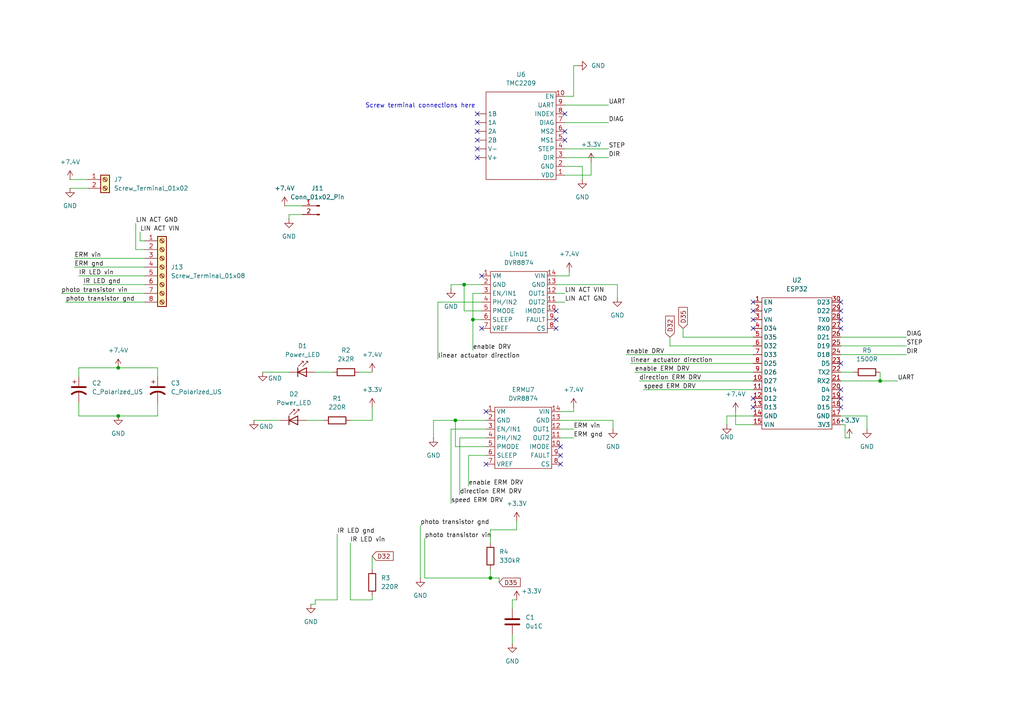
<source format=kicad_sch>
(kicad_sch
	(version 20250114)
	(generator "eeschema")
	(generator_version "9.0")
	(uuid "1cb070e6-4268-4590-be3a-70f1be021dfd")
	(paper "A4")
	(lib_symbols
		(symbol "Capstone_Symbols:DVR8874"
			(exclude_from_sim no)
			(in_bom yes)
			(on_board yes)
			(property "Reference" "U"
				(at -0.508 0.762 0)
				(effects
					(font
						(size 1.27 1.27)
					)
				)
			)
			(property "Value" "DVR8874"
				(at -0.508 -1.778 0)
				(effects
					(font
						(size 1.27 1.27)
					)
				)
			)
			(property "Footprint" "Capstone_Footprints:DVR8874"
				(at 0 0 0)
				(effects
					(font
						(size 1.27 1.27)
					)
					(hide yes)
				)
			)
			(property "Datasheet" ""
				(at 0 0 0)
				(effects
					(font
						(size 1.27 1.27)
					)
					(hide yes)
				)
			)
			(property "Description" ""
				(at 0 0 0)
				(effects
					(font
						(size 1.27 1.27)
					)
					(hide yes)
				)
			)
			(symbol "DVR8874_0_1"
				(rectangle
					(start 7.62 0)
					(end -8.89 -17.78)
					(stroke
						(width 0)
						(type default)
					)
					(fill
						(type none)
					)
				)
			)
			(symbol "DVR8874_1_1"
				(pin power_in line
					(at -11.43 -1.27 0)
					(length 2.54)
					(name "VM"
						(effects
							(font
								(size 1.27 1.27)
							)
						)
					)
					(number "1"
						(effects
							(font
								(size 1.27 1.27)
							)
						)
					)
				)
				(pin power_in line
					(at -11.43 -3.81 0)
					(length 2.54)
					(name "GND"
						(effects
							(font
								(size 1.27 1.27)
							)
						)
					)
					(number "2"
						(effects
							(font
								(size 1.27 1.27)
							)
						)
					)
				)
				(pin input line
					(at -11.43 -6.35 0)
					(length 2.54)
					(name "EN/IN1"
						(effects
							(font
								(size 1.27 1.27)
							)
						)
					)
					(number "3"
						(effects
							(font
								(size 1.27 1.27)
							)
						)
					)
				)
				(pin input line
					(at -11.43 -8.89 0)
					(length 2.54)
					(name "PH/IN2"
						(effects
							(font
								(size 1.27 1.27)
							)
						)
					)
					(number "4"
						(effects
							(font
								(size 1.27 1.27)
							)
						)
					)
				)
				(pin input line
					(at -11.43 -11.43 0)
					(length 2.54)
					(name "PMODE"
						(effects
							(font
								(size 1.27 1.27)
							)
						)
					)
					(number "5"
						(effects
							(font
								(size 1.27 1.27)
							)
						)
					)
				)
				(pin input line
					(at -11.43 -13.97 0)
					(length 2.54)
					(name "SLEEP"
						(effects
							(font
								(size 1.27 1.27)
							)
						)
					)
					(number "6"
						(effects
							(font
								(size 1.27 1.27)
							)
						)
					)
				)
				(pin power_in line
					(at -11.43 -16.51 0)
					(length 2.54)
					(name "VREF"
						(effects
							(font
								(size 1.27 1.27)
							)
						)
					)
					(number "7"
						(effects
							(font
								(size 1.27 1.27)
							)
						)
					)
				)
				(pin power_in line
					(at 10.16 -1.27 180)
					(length 2.54)
					(name "VIN"
						(effects
							(font
								(size 1.27 1.27)
							)
						)
					)
					(number "14"
						(effects
							(font
								(size 1.27 1.27)
							)
						)
					)
				)
				(pin power_in line
					(at 10.16 -3.81 180)
					(length 2.54)
					(name "GND"
						(effects
							(font
								(size 1.27 1.27)
							)
						)
					)
					(number "13"
						(effects
							(font
								(size 1.27 1.27)
							)
						)
					)
				)
				(pin output line
					(at 10.16 -6.35 180)
					(length 2.54)
					(name "OUT1"
						(effects
							(font
								(size 1.27 1.27)
							)
						)
					)
					(number "12"
						(effects
							(font
								(size 1.27 1.27)
							)
						)
					)
				)
				(pin output line
					(at 10.16 -8.89 180)
					(length 2.54)
					(name "OUT2"
						(effects
							(font
								(size 1.27 1.27)
							)
						)
					)
					(number "11"
						(effects
							(font
								(size 1.27 1.27)
							)
						)
					)
				)
				(pin input line
					(at 10.16 -11.43 180)
					(length 2.54)
					(name "IMODE"
						(effects
							(font
								(size 1.27 1.27)
							)
						)
					)
					(number "10"
						(effects
							(font
								(size 1.27 1.27)
							)
						)
					)
				)
				(pin output line
					(at 10.16 -13.97 180)
					(length 2.54)
					(name "FAULT"
						(effects
							(font
								(size 1.27 1.27)
							)
						)
					)
					(number "9"
						(effects
							(font
								(size 1.27 1.27)
							)
						)
					)
				)
				(pin output line
					(at 10.16 -16.51 180)
					(length 2.54)
					(name "CS"
						(effects
							(font
								(size 1.27 1.27)
							)
						)
					)
					(number "8"
						(effects
							(font
								(size 1.27 1.27)
							)
						)
					)
				)
			)
			(embedded_fonts no)
		)
		(symbol "Capstone_Symbols:ESP32"
			(exclude_from_sim no)
			(in_bom yes)
			(on_board yes)
			(property "Reference" "U"
				(at 0 0.762 0)
				(effects
					(font
						(size 1.27 1.27)
					)
				)
			)
			(property "Value" "ESP32"
				(at 0.254 -10.414 0)
				(effects
					(font
						(size 1.27 1.27)
					)
				)
			)
			(property "Footprint" "Capstone_Footprints:ESP32"
				(at 0 0 0)
				(effects
					(font
						(size 1.27 1.27)
					)
					(hide yes)
				)
			)
			(property "Datasheet" ""
				(at 0 0 0)
				(effects
					(font
						(size 1.27 1.27)
					)
					(hide yes)
				)
			)
			(property "Description" ""
				(at 0 0 0)
				(effects
					(font
						(size 1.27 1.27)
					)
					(hide yes)
				)
			)
			(symbol "ESP32_0_1"
				(rectangle
					(start -10.16 0)
					(end 10.16 -38.1)
					(stroke
						(width 0)
						(type default)
					)
					(fill
						(type none)
					)
				)
			)
			(symbol "ESP32_1_1"
				(pin input line
					(at -12.7 -1.27 0)
					(length 2.54)
					(name "EN"
						(effects
							(font
								(size 1.27 1.27)
							)
						)
					)
					(number "1"
						(effects
							(font
								(size 1.27 1.27)
							)
						)
					)
				)
				(pin power_in line
					(at -12.7 -3.81 0)
					(length 2.54)
					(name "VP"
						(effects
							(font
								(size 1.27 1.27)
							)
						)
					)
					(number "2"
						(effects
							(font
								(size 1.27 1.27)
							)
						)
					)
				)
				(pin power_in line
					(at -12.7 -6.35 0)
					(length 2.54)
					(name "VN"
						(effects
							(font
								(size 1.27 1.27)
							)
						)
					)
					(number "3"
						(effects
							(font
								(size 1.27 1.27)
							)
						)
					)
				)
				(pin bidirectional line
					(at -12.7 -8.89 0)
					(length 2.54)
					(name "D34"
						(effects
							(font
								(size 1.27 1.27)
							)
						)
					)
					(number "4"
						(effects
							(font
								(size 1.27 1.27)
							)
						)
					)
				)
				(pin bidirectional line
					(at -12.7 -11.43 0)
					(length 2.54)
					(name "D35"
						(effects
							(font
								(size 1.27 1.27)
							)
						)
					)
					(number "5"
						(effects
							(font
								(size 1.27 1.27)
							)
						)
					)
				)
				(pin bidirectional line
					(at -12.7 -13.97 0)
					(length 2.54)
					(name "D32"
						(effects
							(font
								(size 1.27 1.27)
							)
						)
					)
					(number "6"
						(effects
							(font
								(size 1.27 1.27)
							)
						)
					)
				)
				(pin bidirectional line
					(at -12.7 -16.51 0)
					(length 2.54)
					(name "D33"
						(effects
							(font
								(size 1.27 1.27)
							)
						)
					)
					(number "7"
						(effects
							(font
								(size 1.27 1.27)
							)
						)
					)
				)
				(pin bidirectional line
					(at -12.7 -19.05 0)
					(length 2.54)
					(name "D25"
						(effects
							(font
								(size 1.27 1.27)
							)
						)
					)
					(number "8"
						(effects
							(font
								(size 1.27 1.27)
							)
						)
					)
				)
				(pin bidirectional line
					(at -12.7 -21.59 0)
					(length 2.54)
					(name "D26"
						(effects
							(font
								(size 1.27 1.27)
							)
						)
					)
					(number "9"
						(effects
							(font
								(size 1.27 1.27)
							)
						)
					)
				)
				(pin bidirectional line
					(at -12.7 -24.13 0)
					(length 2.54)
					(name "D27"
						(effects
							(font
								(size 1.27 1.27)
							)
						)
					)
					(number "10"
						(effects
							(font
								(size 1.27 1.27)
							)
						)
					)
				)
				(pin bidirectional line
					(at -12.7 -26.67 0)
					(length 2.54)
					(name "D14"
						(effects
							(font
								(size 1.27 1.27)
							)
						)
					)
					(number "11"
						(effects
							(font
								(size 1.27 1.27)
							)
						)
					)
				)
				(pin bidirectional line
					(at -12.7 -29.21 0)
					(length 2.54)
					(name "D12"
						(effects
							(font
								(size 1.27 1.27)
							)
						)
					)
					(number "12"
						(effects
							(font
								(size 1.27 1.27)
							)
						)
					)
				)
				(pin bidirectional line
					(at -12.7 -31.75 0)
					(length 2.54)
					(name "D13"
						(effects
							(font
								(size 1.27 1.27)
							)
						)
					)
					(number "13"
						(effects
							(font
								(size 1.27 1.27)
							)
						)
					)
				)
				(pin power_in line
					(at -12.7 -34.29 0)
					(length 2.54)
					(name "GND"
						(effects
							(font
								(size 1.27 1.27)
							)
						)
					)
					(number "14"
						(effects
							(font
								(size 1.27 1.27)
							)
						)
					)
				)
				(pin power_in line
					(at -12.7 -36.83 0)
					(length 2.54)
					(name "VIN"
						(effects
							(font
								(size 1.27 1.27)
							)
						)
					)
					(number "15"
						(effects
							(font
								(size 1.27 1.27)
							)
						)
					)
				)
				(pin bidirectional line
					(at 12.7 -1.27 180)
					(length 2.54)
					(name "D23"
						(effects
							(font
								(size 1.27 1.27)
							)
						)
					)
					(number "30"
						(effects
							(font
								(size 1.27 1.27)
							)
						)
					)
				)
				(pin bidirectional line
					(at 12.7 -3.81 180)
					(length 2.54)
					(name "D22"
						(effects
							(font
								(size 1.27 1.27)
							)
						)
					)
					(number "29"
						(effects
							(font
								(size 1.27 1.27)
							)
						)
					)
				)
				(pin bidirectional line
					(at 12.7 -6.35 180)
					(length 2.54)
					(name "TX0"
						(effects
							(font
								(size 1.27 1.27)
							)
						)
					)
					(number "28"
						(effects
							(font
								(size 1.27 1.27)
							)
						)
					)
				)
				(pin bidirectional line
					(at 12.7 -8.89 180)
					(length 2.54)
					(name "RX0"
						(effects
							(font
								(size 1.27 1.27)
							)
						)
					)
					(number "27"
						(effects
							(font
								(size 1.27 1.27)
							)
						)
					)
				)
				(pin bidirectional line
					(at 12.7 -11.43 180)
					(length 2.54)
					(name "D21"
						(effects
							(font
								(size 1.27 1.27)
							)
						)
					)
					(number "26"
						(effects
							(font
								(size 1.27 1.27)
							)
						)
					)
				)
				(pin bidirectional line
					(at 12.7 -13.97 180)
					(length 2.54)
					(name "D19"
						(effects
							(font
								(size 1.27 1.27)
							)
						)
					)
					(number "25"
						(effects
							(font
								(size 1.27 1.27)
							)
						)
					)
				)
				(pin bidirectional line
					(at 12.7 -16.51 180)
					(length 2.54)
					(name "D18"
						(effects
							(font
								(size 1.27 1.27)
							)
						)
					)
					(number "24"
						(effects
							(font
								(size 1.27 1.27)
							)
						)
					)
				)
				(pin bidirectional line
					(at 12.7 -19.05 180)
					(length 2.54)
					(name "D5"
						(effects
							(font
								(size 1.27 1.27)
							)
						)
					)
					(number "23"
						(effects
							(font
								(size 1.27 1.27)
							)
						)
					)
				)
				(pin bidirectional line
					(at 12.7 -21.59 180)
					(length 2.54)
					(name "TX2"
						(effects
							(font
								(size 1.27 1.27)
							)
						)
					)
					(number "22"
						(effects
							(font
								(size 1.27 1.27)
							)
						)
					)
				)
				(pin bidirectional line
					(at 12.7 -24.13 180)
					(length 2.54)
					(name "RX2"
						(effects
							(font
								(size 1.27 1.27)
							)
						)
					)
					(number "21"
						(effects
							(font
								(size 1.27 1.27)
							)
						)
					)
				)
				(pin bidirectional line
					(at 12.7 -26.67 180)
					(length 2.54)
					(name "D4"
						(effects
							(font
								(size 1.27 1.27)
							)
						)
					)
					(number "20"
						(effects
							(font
								(size 1.27 1.27)
							)
						)
					)
				)
				(pin bidirectional line
					(at 12.7 -29.21 180)
					(length 2.54)
					(name "D2"
						(effects
							(font
								(size 1.27 1.27)
							)
						)
					)
					(number "19"
						(effects
							(font
								(size 1.27 1.27)
							)
						)
					)
				)
				(pin bidirectional line
					(at 12.7 -31.75 180)
					(length 2.54)
					(name "D15"
						(effects
							(font
								(size 1.27 1.27)
							)
						)
					)
					(number "18"
						(effects
							(font
								(size 1.27 1.27)
							)
						)
					)
				)
				(pin power_in line
					(at 12.7 -34.29 180)
					(length 2.54)
					(name "GND"
						(effects
							(font
								(size 1.27 1.27)
							)
						)
					)
					(number "17"
						(effects
							(font
								(size 1.27 1.27)
							)
						)
					)
				)
				(pin power_out line
					(at 12.7 -36.83 180)
					(length 2.54)
					(name "3V3"
						(effects
							(font
								(size 1.27 1.27)
							)
						)
					)
					(number "16"
						(effects
							(font
								(size 1.27 1.27)
							)
						)
					)
				)
			)
			(embedded_fonts no)
		)
		(symbol "Capstone_Symbols:TMC2209"
			(exclude_from_sim no)
			(in_bom yes)
			(on_board yes)
			(property "Reference" "U"
				(at 0 1.27 0)
				(effects
					(font
						(size 1.27 1.27)
					)
				)
			)
			(property "Value" "TMC2209"
				(at -0.254 -10.668 0)
				(effects
					(font
						(size 1.27 1.27)
					)
				)
			)
			(property "Footprint" "Capstone_Footprints:TMC2209"
				(at 0 0 0)
				(effects
					(font
						(size 1.27 1.27)
					)
					(hide yes)
				)
			)
			(property "Datasheet" ""
				(at 0 0 0)
				(effects
					(font
						(size 1.27 1.27)
					)
					(hide yes)
				)
			)
			(property "Description" ""
				(at 0 0 0)
				(effects
					(font
						(size 1.27 1.27)
					)
					(hide yes)
				)
			)
			(symbol "TMC2209_0_1"
				(rectangle
					(start -10.16 0)
					(end 10.16 -25.4)
					(stroke
						(width 0)
						(type default)
					)
					(fill
						(type none)
					)
				)
			)
			(symbol "TMC2209_1_1"
				(pin power_out line
					(at -12.7 -6.35 0)
					(length 2.54)
					(name "1B"
						(effects
							(font
								(size 1.27 1.27)
							)
						)
					)
					(number ""
						(effects
							(font
								(size 1.27 1.27)
							)
						)
					)
				)
				(pin power_out line
					(at -12.7 -8.89 0)
					(length 2.54)
					(name "1A"
						(effects
							(font
								(size 1.27 1.27)
							)
						)
					)
					(number ""
						(effects
							(font
								(size 1.27 1.27)
							)
						)
					)
				)
				(pin power_out line
					(at -12.7 -11.43 0)
					(length 2.54)
					(name "2A"
						(effects
							(font
								(size 1.27 1.27)
							)
						)
					)
					(number ""
						(effects
							(font
								(size 1.27 1.27)
							)
						)
					)
				)
				(pin power_out line
					(at -12.7 -13.97 0)
					(length 2.54)
					(name "2B"
						(effects
							(font
								(size 1.27 1.27)
							)
						)
					)
					(number ""
						(effects
							(font
								(size 1.27 1.27)
							)
						)
					)
				)
				(pin power_in line
					(at -12.7 -16.51 0)
					(length 2.54)
					(name "V-"
						(effects
							(font
								(size 1.27 1.27)
							)
						)
					)
					(number ""
						(effects
							(font
								(size 1.27 1.27)
							)
						)
					)
				)
				(pin power_in line
					(at -12.7 -19.05 0)
					(length 2.54)
					(name "V+"
						(effects
							(font
								(size 1.27 1.27)
							)
						)
					)
					(number ""
						(effects
							(font
								(size 1.27 1.27)
							)
						)
					)
				)
				(pin input line
					(at 12.7 -1.27 180)
					(length 2.54)
					(name "EN"
						(effects
							(font
								(size 1.27 1.27)
							)
						)
					)
					(number "10"
						(effects
							(font
								(size 1.27 1.27)
							)
						)
					)
				)
				(pin input line
					(at 12.7 -3.81 180)
					(length 2.54)
					(name "UART"
						(effects
							(font
								(size 1.27 1.27)
							)
						)
					)
					(number "9"
						(effects
							(font
								(size 1.27 1.27)
							)
						)
					)
				)
				(pin input line
					(at 12.7 -6.35 180)
					(length 2.54)
					(name "INDEX"
						(effects
							(font
								(size 1.27 1.27)
							)
						)
					)
					(number "8"
						(effects
							(font
								(size 1.27 1.27)
							)
						)
					)
				)
				(pin output line
					(at 12.7 -8.89 180)
					(length 2.54)
					(name "DIAG"
						(effects
							(font
								(size 1.27 1.27)
							)
						)
					)
					(number "7"
						(effects
							(font
								(size 1.27 1.27)
							)
						)
					)
				)
				(pin input line
					(at 12.7 -11.43 180)
					(length 2.54)
					(name "MS2"
						(effects
							(font
								(size 1.27 1.27)
							)
						)
					)
					(number "6"
						(effects
							(font
								(size 1.27 1.27)
							)
						)
					)
				)
				(pin input line
					(at 12.7 -13.97 180)
					(length 2.54)
					(name "MS1"
						(effects
							(font
								(size 1.27 1.27)
							)
						)
					)
					(number "5"
						(effects
							(font
								(size 1.27 1.27)
							)
						)
					)
				)
				(pin input line
					(at 12.7 -16.51 180)
					(length 2.54)
					(name "STEP"
						(effects
							(font
								(size 1.27 1.27)
							)
						)
					)
					(number "4"
						(effects
							(font
								(size 1.27 1.27)
							)
						)
					)
				)
				(pin input line
					(at 12.7 -19.05 180)
					(length 2.54)
					(name "DIR"
						(effects
							(font
								(size 1.27 1.27)
							)
						)
					)
					(number "3"
						(effects
							(font
								(size 1.27 1.27)
							)
						)
					)
				)
				(pin power_in line
					(at 12.7 -21.59 180)
					(length 2.54)
					(name "GND"
						(effects
							(font
								(size 1.27 1.27)
							)
						)
					)
					(number "2"
						(effects
							(font
								(size 1.27 1.27)
							)
						)
					)
				)
				(pin power_in line
					(at 12.7 -24.13 180)
					(length 2.54)
					(name "VDD"
						(effects
							(font
								(size 1.27 1.27)
							)
						)
					)
					(number "1"
						(effects
							(font
								(size 1.27 1.27)
							)
						)
					)
				)
			)
			(embedded_fonts no)
		)
		(symbol "Connector:Conn_01x02_Pin"
			(pin_names
				(offset 1.016)
				(hide yes)
			)
			(exclude_from_sim no)
			(in_bom yes)
			(on_board yes)
			(property "Reference" "J"
				(at 0 2.54 0)
				(effects
					(font
						(size 1.27 1.27)
					)
				)
			)
			(property "Value" "Conn_01x02_Pin"
				(at 0 -5.08 0)
				(effects
					(font
						(size 1.27 1.27)
					)
				)
			)
			(property "Footprint" ""
				(at 0 0 0)
				(effects
					(font
						(size 1.27 1.27)
					)
					(hide yes)
				)
			)
			(property "Datasheet" "~"
				(at 0 0 0)
				(effects
					(font
						(size 1.27 1.27)
					)
					(hide yes)
				)
			)
			(property "Description" "Generic connector, single row, 01x02, script generated"
				(at 0 0 0)
				(effects
					(font
						(size 1.27 1.27)
					)
					(hide yes)
				)
			)
			(property "ki_locked" ""
				(at 0 0 0)
				(effects
					(font
						(size 1.27 1.27)
					)
				)
			)
			(property "ki_keywords" "connector"
				(at 0 0 0)
				(effects
					(font
						(size 1.27 1.27)
					)
					(hide yes)
				)
			)
			(property "ki_fp_filters" "Connector*:*_1x??_*"
				(at 0 0 0)
				(effects
					(font
						(size 1.27 1.27)
					)
					(hide yes)
				)
			)
			(symbol "Conn_01x02_Pin_1_1"
				(rectangle
					(start 0.8636 0.127)
					(end 0 -0.127)
					(stroke
						(width 0.1524)
						(type default)
					)
					(fill
						(type outline)
					)
				)
				(rectangle
					(start 0.8636 -2.413)
					(end 0 -2.667)
					(stroke
						(width 0.1524)
						(type default)
					)
					(fill
						(type outline)
					)
				)
				(polyline
					(pts
						(xy 1.27 0) (xy 0.8636 0)
					)
					(stroke
						(width 0.1524)
						(type default)
					)
					(fill
						(type none)
					)
				)
				(polyline
					(pts
						(xy 1.27 -2.54) (xy 0.8636 -2.54)
					)
					(stroke
						(width 0.1524)
						(type default)
					)
					(fill
						(type none)
					)
				)
				(pin passive line
					(at 5.08 0 180)
					(length 3.81)
					(name "Pin_1"
						(effects
							(font
								(size 1.27 1.27)
							)
						)
					)
					(number "1"
						(effects
							(font
								(size 1.27 1.27)
							)
						)
					)
				)
				(pin passive line
					(at 5.08 -2.54 180)
					(length 3.81)
					(name "Pin_2"
						(effects
							(font
								(size 1.27 1.27)
							)
						)
					)
					(number "2"
						(effects
							(font
								(size 1.27 1.27)
							)
						)
					)
				)
			)
			(embedded_fonts no)
		)
		(symbol "Connector:Screw_Terminal_01x02"
			(pin_names
				(offset 1.016)
				(hide yes)
			)
			(exclude_from_sim no)
			(in_bom yes)
			(on_board yes)
			(property "Reference" "J"
				(at 0 2.54 0)
				(effects
					(font
						(size 1.27 1.27)
					)
				)
			)
			(property "Value" "Screw_Terminal_01x02"
				(at 0 -5.08 0)
				(effects
					(font
						(size 1.27 1.27)
					)
				)
			)
			(property "Footprint" ""
				(at 0 0 0)
				(effects
					(font
						(size 1.27 1.27)
					)
					(hide yes)
				)
			)
			(property "Datasheet" "~"
				(at 0 0 0)
				(effects
					(font
						(size 1.27 1.27)
					)
					(hide yes)
				)
			)
			(property "Description" "Generic screw terminal, single row, 01x02, script generated (kicad-library-utils/schlib/autogen/connector/)"
				(at 0 0 0)
				(effects
					(font
						(size 1.27 1.27)
					)
					(hide yes)
				)
			)
			(property "ki_keywords" "screw terminal"
				(at 0 0 0)
				(effects
					(font
						(size 1.27 1.27)
					)
					(hide yes)
				)
			)
			(property "ki_fp_filters" "TerminalBlock*:*"
				(at 0 0 0)
				(effects
					(font
						(size 1.27 1.27)
					)
					(hide yes)
				)
			)
			(symbol "Screw_Terminal_01x02_1_1"
				(rectangle
					(start -1.27 1.27)
					(end 1.27 -3.81)
					(stroke
						(width 0.254)
						(type default)
					)
					(fill
						(type background)
					)
				)
				(polyline
					(pts
						(xy -0.5334 0.3302) (xy 0.3302 -0.508)
					)
					(stroke
						(width 0.1524)
						(type default)
					)
					(fill
						(type none)
					)
				)
				(polyline
					(pts
						(xy -0.5334 -2.2098) (xy 0.3302 -3.048)
					)
					(stroke
						(width 0.1524)
						(type default)
					)
					(fill
						(type none)
					)
				)
				(polyline
					(pts
						(xy -0.3556 0.508) (xy 0.508 -0.3302)
					)
					(stroke
						(width 0.1524)
						(type default)
					)
					(fill
						(type none)
					)
				)
				(polyline
					(pts
						(xy -0.3556 -2.032) (xy 0.508 -2.8702)
					)
					(stroke
						(width 0.1524)
						(type default)
					)
					(fill
						(type none)
					)
				)
				(circle
					(center 0 0)
					(radius 0.635)
					(stroke
						(width 0.1524)
						(type default)
					)
					(fill
						(type none)
					)
				)
				(circle
					(center 0 -2.54)
					(radius 0.635)
					(stroke
						(width 0.1524)
						(type default)
					)
					(fill
						(type none)
					)
				)
				(pin passive line
					(at -5.08 0 0)
					(length 3.81)
					(name "Pin_1"
						(effects
							(font
								(size 1.27 1.27)
							)
						)
					)
					(number "1"
						(effects
							(font
								(size 1.27 1.27)
							)
						)
					)
				)
				(pin passive line
					(at -5.08 -2.54 0)
					(length 3.81)
					(name "Pin_2"
						(effects
							(font
								(size 1.27 1.27)
							)
						)
					)
					(number "2"
						(effects
							(font
								(size 1.27 1.27)
							)
						)
					)
				)
			)
			(embedded_fonts no)
		)
		(symbol "Connector:Screw_Terminal_01x08"
			(pin_names
				(offset 1.016)
				(hide yes)
			)
			(exclude_from_sim no)
			(in_bom yes)
			(on_board yes)
			(property "Reference" "J"
				(at 0 10.16 0)
				(effects
					(font
						(size 1.27 1.27)
					)
				)
			)
			(property "Value" "Screw_Terminal_01x08"
				(at 0 -12.7 0)
				(effects
					(font
						(size 1.27 1.27)
					)
				)
			)
			(property "Footprint" ""
				(at 0 0 0)
				(effects
					(font
						(size 1.27 1.27)
					)
					(hide yes)
				)
			)
			(property "Datasheet" "~"
				(at 0 0 0)
				(effects
					(font
						(size 1.27 1.27)
					)
					(hide yes)
				)
			)
			(property "Description" "Generic screw terminal, single row, 01x08, script generated (kicad-library-utils/schlib/autogen/connector/)"
				(at 0 0 0)
				(effects
					(font
						(size 1.27 1.27)
					)
					(hide yes)
				)
			)
			(property "ki_keywords" "screw terminal"
				(at 0 0 0)
				(effects
					(font
						(size 1.27 1.27)
					)
					(hide yes)
				)
			)
			(property "ki_fp_filters" "TerminalBlock*:*"
				(at 0 0 0)
				(effects
					(font
						(size 1.27 1.27)
					)
					(hide yes)
				)
			)
			(symbol "Screw_Terminal_01x08_1_1"
				(rectangle
					(start -1.27 8.89)
					(end 1.27 -11.43)
					(stroke
						(width 0.254)
						(type default)
					)
					(fill
						(type background)
					)
				)
				(polyline
					(pts
						(xy -0.5334 7.9502) (xy 0.3302 7.112)
					)
					(stroke
						(width 0.1524)
						(type default)
					)
					(fill
						(type none)
					)
				)
				(polyline
					(pts
						(xy -0.5334 5.4102) (xy 0.3302 4.572)
					)
					(stroke
						(width 0.1524)
						(type default)
					)
					(fill
						(type none)
					)
				)
				(polyline
					(pts
						(xy -0.5334 2.8702) (xy 0.3302 2.032)
					)
					(stroke
						(width 0.1524)
						(type default)
					)
					(fill
						(type none)
					)
				)
				(polyline
					(pts
						(xy -0.5334 0.3302) (xy 0.3302 -0.508)
					)
					(stroke
						(width 0.1524)
						(type default)
					)
					(fill
						(type none)
					)
				)
				(polyline
					(pts
						(xy -0.5334 -2.2098) (xy 0.3302 -3.048)
					)
					(stroke
						(width 0.1524)
						(type default)
					)
					(fill
						(type none)
					)
				)
				(polyline
					(pts
						(xy -0.5334 -4.7498) (xy 0.3302 -5.588)
					)
					(stroke
						(width 0.1524)
						(type default)
					)
					(fill
						(type none)
					)
				)
				(polyline
					(pts
						(xy -0.5334 -7.2898) (xy 0.3302 -8.128)
					)
					(stroke
						(width 0.1524)
						(type default)
					)
					(fill
						(type none)
					)
				)
				(polyline
					(pts
						(xy -0.5334 -9.8298) (xy 0.3302 -10.668)
					)
					(stroke
						(width 0.1524)
						(type default)
					)
					(fill
						(type none)
					)
				)
				(polyline
					(pts
						(xy -0.3556 8.128) (xy 0.508 7.2898)
					)
					(stroke
						(width 0.1524)
						(type default)
					)
					(fill
						(type none)
					)
				)
				(polyline
					(pts
						(xy -0.3556 5.588) (xy 0.508 4.7498)
					)
					(stroke
						(width 0.1524)
						(type default)
					)
					(fill
						(type none)
					)
				)
				(polyline
					(pts
						(xy -0.3556 3.048) (xy 0.508 2.2098)
					)
					(stroke
						(width 0.1524)
						(type default)
					)
					(fill
						(type none)
					)
				)
				(polyline
					(pts
						(xy -0.3556 0.508) (xy 0.508 -0.3302)
					)
					(stroke
						(width 0.1524)
						(type default)
					)
					(fill
						(type none)
					)
				)
				(polyline
					(pts
						(xy -0.3556 -2.032) (xy 0.508 -2.8702)
					)
					(stroke
						(width 0.1524)
						(type default)
					)
					(fill
						(type none)
					)
				)
				(polyline
					(pts
						(xy -0.3556 -4.572) (xy 0.508 -5.4102)
					)
					(stroke
						(width 0.1524)
						(type default)
					)
					(fill
						(type none)
					)
				)
				(polyline
					(pts
						(xy -0.3556 -7.112) (xy 0.508 -7.9502)
					)
					(stroke
						(width 0.1524)
						(type default)
					)
					(fill
						(type none)
					)
				)
				(polyline
					(pts
						(xy -0.3556 -9.652) (xy 0.508 -10.4902)
					)
					(stroke
						(width 0.1524)
						(type default)
					)
					(fill
						(type none)
					)
				)
				(circle
					(center 0 7.62)
					(radius 0.635)
					(stroke
						(width 0.1524)
						(type default)
					)
					(fill
						(type none)
					)
				)
				(circle
					(center 0 5.08)
					(radius 0.635)
					(stroke
						(width 0.1524)
						(type default)
					)
					(fill
						(type none)
					)
				)
				(circle
					(center 0 2.54)
					(radius 0.635)
					(stroke
						(width 0.1524)
						(type default)
					)
					(fill
						(type none)
					)
				)
				(circle
					(center 0 0)
					(radius 0.635)
					(stroke
						(width 0.1524)
						(type default)
					)
					(fill
						(type none)
					)
				)
				(circle
					(center 0 -2.54)
					(radius 0.635)
					(stroke
						(width 0.1524)
						(type default)
					)
					(fill
						(type none)
					)
				)
				(circle
					(center 0 -5.08)
					(radius 0.635)
					(stroke
						(width 0.1524)
						(type default)
					)
					(fill
						(type none)
					)
				)
				(circle
					(center 0 -7.62)
					(radius 0.635)
					(stroke
						(width 0.1524)
						(type default)
					)
					(fill
						(type none)
					)
				)
				(circle
					(center 0 -10.16)
					(radius 0.635)
					(stroke
						(width 0.1524)
						(type default)
					)
					(fill
						(type none)
					)
				)
				(pin passive line
					(at -5.08 7.62 0)
					(length 3.81)
					(name "Pin_1"
						(effects
							(font
								(size 1.27 1.27)
							)
						)
					)
					(number "1"
						(effects
							(font
								(size 1.27 1.27)
							)
						)
					)
				)
				(pin passive line
					(at -5.08 5.08 0)
					(length 3.81)
					(name "Pin_2"
						(effects
							(font
								(size 1.27 1.27)
							)
						)
					)
					(number "2"
						(effects
							(font
								(size 1.27 1.27)
							)
						)
					)
				)
				(pin passive line
					(at -5.08 2.54 0)
					(length 3.81)
					(name "Pin_3"
						(effects
							(font
								(size 1.27 1.27)
							)
						)
					)
					(number "3"
						(effects
							(font
								(size 1.27 1.27)
							)
						)
					)
				)
				(pin passive line
					(at -5.08 0 0)
					(length 3.81)
					(name "Pin_4"
						(effects
							(font
								(size 1.27 1.27)
							)
						)
					)
					(number "4"
						(effects
							(font
								(size 1.27 1.27)
							)
						)
					)
				)
				(pin passive line
					(at -5.08 -2.54 0)
					(length 3.81)
					(name "Pin_5"
						(effects
							(font
								(size 1.27 1.27)
							)
						)
					)
					(number "5"
						(effects
							(font
								(size 1.27 1.27)
							)
						)
					)
				)
				(pin passive line
					(at -5.08 -5.08 0)
					(length 3.81)
					(name "Pin_6"
						(effects
							(font
								(size 1.27 1.27)
							)
						)
					)
					(number "6"
						(effects
							(font
								(size 1.27 1.27)
							)
						)
					)
				)
				(pin passive line
					(at -5.08 -7.62 0)
					(length 3.81)
					(name "Pin_7"
						(effects
							(font
								(size 1.27 1.27)
							)
						)
					)
					(number "7"
						(effects
							(font
								(size 1.27 1.27)
							)
						)
					)
				)
				(pin passive line
					(at -5.08 -10.16 0)
					(length 3.81)
					(name "Pin_8"
						(effects
							(font
								(size 1.27 1.27)
							)
						)
					)
					(number "8"
						(effects
							(font
								(size 1.27 1.27)
							)
						)
					)
				)
			)
			(embedded_fonts no)
		)
		(symbol "Device:C"
			(pin_numbers
				(hide yes)
			)
			(pin_names
				(offset 0.254)
			)
			(exclude_from_sim no)
			(in_bom yes)
			(on_board yes)
			(property "Reference" "C"
				(at 0.635 2.54 0)
				(effects
					(font
						(size 1.27 1.27)
					)
					(justify left)
				)
			)
			(property "Value" "C"
				(at 0.635 -2.54 0)
				(effects
					(font
						(size 1.27 1.27)
					)
					(justify left)
				)
			)
			(property "Footprint" ""
				(at 0.9652 -3.81 0)
				(effects
					(font
						(size 1.27 1.27)
					)
					(hide yes)
				)
			)
			(property "Datasheet" "~"
				(at 0 0 0)
				(effects
					(font
						(size 1.27 1.27)
					)
					(hide yes)
				)
			)
			(property "Description" "Unpolarized capacitor"
				(at 0 0 0)
				(effects
					(font
						(size 1.27 1.27)
					)
					(hide yes)
				)
			)
			(property "ki_keywords" "cap capacitor"
				(at 0 0 0)
				(effects
					(font
						(size 1.27 1.27)
					)
					(hide yes)
				)
			)
			(property "ki_fp_filters" "C_*"
				(at 0 0 0)
				(effects
					(font
						(size 1.27 1.27)
					)
					(hide yes)
				)
			)
			(symbol "C_0_1"
				(polyline
					(pts
						(xy -2.032 0.762) (xy 2.032 0.762)
					)
					(stroke
						(width 0.508)
						(type default)
					)
					(fill
						(type none)
					)
				)
				(polyline
					(pts
						(xy -2.032 -0.762) (xy 2.032 -0.762)
					)
					(stroke
						(width 0.508)
						(type default)
					)
					(fill
						(type none)
					)
				)
			)
			(symbol "C_1_1"
				(pin passive line
					(at 0 3.81 270)
					(length 2.794)
					(name "~"
						(effects
							(font
								(size 1.27 1.27)
							)
						)
					)
					(number "1"
						(effects
							(font
								(size 1.27 1.27)
							)
						)
					)
				)
				(pin passive line
					(at 0 -3.81 90)
					(length 2.794)
					(name "~"
						(effects
							(font
								(size 1.27 1.27)
							)
						)
					)
					(number "2"
						(effects
							(font
								(size 1.27 1.27)
							)
						)
					)
				)
			)
			(embedded_fonts no)
		)
		(symbol "Device:C_Polarized_US"
			(pin_numbers
				(hide yes)
			)
			(pin_names
				(offset 0.254)
				(hide yes)
			)
			(exclude_from_sim no)
			(in_bom yes)
			(on_board yes)
			(property "Reference" "C"
				(at 0.635 2.54 0)
				(effects
					(font
						(size 1.27 1.27)
					)
					(justify left)
				)
			)
			(property "Value" "C_Polarized_US"
				(at 0.635 -2.54 0)
				(effects
					(font
						(size 1.27 1.27)
					)
					(justify left)
				)
			)
			(property "Footprint" ""
				(at 0 0 0)
				(effects
					(font
						(size 1.27 1.27)
					)
					(hide yes)
				)
			)
			(property "Datasheet" "~"
				(at 0 0 0)
				(effects
					(font
						(size 1.27 1.27)
					)
					(hide yes)
				)
			)
			(property "Description" "Polarized capacitor, US symbol"
				(at 0 0 0)
				(effects
					(font
						(size 1.27 1.27)
					)
					(hide yes)
				)
			)
			(property "ki_keywords" "cap capacitor"
				(at 0 0 0)
				(effects
					(font
						(size 1.27 1.27)
					)
					(hide yes)
				)
			)
			(property "ki_fp_filters" "CP_*"
				(at 0 0 0)
				(effects
					(font
						(size 1.27 1.27)
					)
					(hide yes)
				)
			)
			(symbol "C_Polarized_US_0_1"
				(polyline
					(pts
						(xy -2.032 0.762) (xy 2.032 0.762)
					)
					(stroke
						(width 0.508)
						(type default)
					)
					(fill
						(type none)
					)
				)
				(polyline
					(pts
						(xy -1.778 2.286) (xy -0.762 2.286)
					)
					(stroke
						(width 0)
						(type default)
					)
					(fill
						(type none)
					)
				)
				(polyline
					(pts
						(xy -1.27 1.778) (xy -1.27 2.794)
					)
					(stroke
						(width 0)
						(type default)
					)
					(fill
						(type none)
					)
				)
				(arc
					(start -2.032 -1.27)
					(mid 0 -0.5572)
					(end 2.032 -1.27)
					(stroke
						(width 0.508)
						(type default)
					)
					(fill
						(type none)
					)
				)
			)
			(symbol "C_Polarized_US_1_1"
				(pin passive line
					(at 0 3.81 270)
					(length 2.794)
					(name "~"
						(effects
							(font
								(size 1.27 1.27)
							)
						)
					)
					(number "1"
						(effects
							(font
								(size 1.27 1.27)
							)
						)
					)
				)
				(pin passive line
					(at 0 -3.81 90)
					(length 3.302)
					(name "~"
						(effects
							(font
								(size 1.27 1.27)
							)
						)
					)
					(number "2"
						(effects
							(font
								(size 1.27 1.27)
							)
						)
					)
				)
			)
			(embedded_fonts no)
		)
		(symbol "Device:R"
			(pin_numbers
				(hide yes)
			)
			(pin_names
				(offset 0)
			)
			(exclude_from_sim no)
			(in_bom yes)
			(on_board yes)
			(property "Reference" "R"
				(at 2.032 0 90)
				(effects
					(font
						(size 1.27 1.27)
					)
				)
			)
			(property "Value" "R"
				(at 0 0 90)
				(effects
					(font
						(size 1.27 1.27)
					)
				)
			)
			(property "Footprint" ""
				(at -1.778 0 90)
				(effects
					(font
						(size 1.27 1.27)
					)
					(hide yes)
				)
			)
			(property "Datasheet" "~"
				(at 0 0 0)
				(effects
					(font
						(size 1.27 1.27)
					)
					(hide yes)
				)
			)
			(property "Description" "Resistor"
				(at 0 0 0)
				(effects
					(font
						(size 1.27 1.27)
					)
					(hide yes)
				)
			)
			(property "ki_keywords" "R res resistor"
				(at 0 0 0)
				(effects
					(font
						(size 1.27 1.27)
					)
					(hide yes)
				)
			)
			(property "ki_fp_filters" "R_*"
				(at 0 0 0)
				(effects
					(font
						(size 1.27 1.27)
					)
					(hide yes)
				)
			)
			(symbol "R_0_1"
				(rectangle
					(start -1.016 -2.54)
					(end 1.016 2.54)
					(stroke
						(width 0.254)
						(type default)
					)
					(fill
						(type none)
					)
				)
			)
			(symbol "R_1_1"
				(pin passive line
					(at 0 3.81 270)
					(length 1.27)
					(name "~"
						(effects
							(font
								(size 1.27 1.27)
							)
						)
					)
					(number "1"
						(effects
							(font
								(size 1.27 1.27)
							)
						)
					)
				)
				(pin passive line
					(at 0 -3.81 90)
					(length 1.27)
					(name "~"
						(effects
							(font
								(size 1.27 1.27)
							)
						)
					)
					(number "2"
						(effects
							(font
								(size 1.27 1.27)
							)
						)
					)
				)
			)
			(embedded_fonts no)
		)
		(symbol "LED:CQY99"
			(pin_numbers
				(hide yes)
			)
			(pin_names
				(offset 1.016)
				(hide yes)
			)
			(exclude_from_sim no)
			(in_bom yes)
			(on_board yes)
			(property "Reference" "D"
				(at 0.508 1.778 0)
				(effects
					(font
						(size 1.27 1.27)
					)
					(justify left)
				)
			)
			(property "Value" "CQY99"
				(at -1.016 -2.794 0)
				(effects
					(font
						(size 1.27 1.27)
					)
				)
			)
			(property "Footprint" "LED_THT:LED_D5.0mm_IRGrey"
				(at 0 4.445 0)
				(effects
					(font
						(size 1.27 1.27)
					)
					(hide yes)
				)
			)
			(property "Datasheet" "https://www.prtice.info/IMG/pdf/CQY99.pdf"
				(at -1.27 0 0)
				(effects
					(font
						(size 1.27 1.27)
					)
					(hide yes)
				)
			)
			(property "Description" "950nm IR-LED, 5mm"
				(at 0 0 0)
				(effects
					(font
						(size 1.27 1.27)
					)
					(hide yes)
				)
			)
			(property "ki_keywords" "IR LED"
				(at 0 0 0)
				(effects
					(font
						(size 1.27 1.27)
					)
					(hide yes)
				)
			)
			(property "ki_fp_filters" "LED*5.0mm*IRGrey*"
				(at 0 0 0)
				(effects
					(font
						(size 1.27 1.27)
					)
					(hide yes)
				)
			)
			(symbol "CQY99_0_1"
				(polyline
					(pts
						(xy -2.54 1.27) (xy -2.54 -1.27)
					)
					(stroke
						(width 0.254)
						(type default)
					)
					(fill
						(type none)
					)
				)
				(polyline
					(pts
						(xy -2.413 1.651) (xy -0.889 3.175) (xy -0.889 2.667) (xy -0.889 3.175) (xy -1.397 3.175)
					)
					(stroke
						(width 0)
						(type default)
					)
					(fill
						(type none)
					)
				)
				(polyline
					(pts
						(xy -1.143 1.651) (xy 0.381 3.175) (xy 0.381 2.667)
					)
					(stroke
						(width 0)
						(type default)
					)
					(fill
						(type none)
					)
				)
				(polyline
					(pts
						(xy 0 0) (xy -2.54 0)
					)
					(stroke
						(width 0)
						(type default)
					)
					(fill
						(type none)
					)
				)
				(polyline
					(pts
						(xy 0 -1.27) (xy -2.54 0) (xy 0 1.27) (xy 0 -1.27)
					)
					(stroke
						(width 0.254)
						(type default)
					)
					(fill
						(type none)
					)
				)
				(polyline
					(pts
						(xy 0.381 3.175) (xy -0.127 3.175)
					)
					(stroke
						(width 0)
						(type default)
					)
					(fill
						(type none)
					)
				)
			)
			(symbol "CQY99_1_1"
				(pin passive line
					(at -5.08 0 0)
					(length 2.54)
					(name "K"
						(effects
							(font
								(size 1.27 1.27)
							)
						)
					)
					(number "1"
						(effects
							(font
								(size 1.27 1.27)
							)
						)
					)
				)
				(pin passive line
					(at 2.54 0 180)
					(length 2.54)
					(name "A"
						(effects
							(font
								(size 1.27 1.27)
							)
						)
					)
					(number "2"
						(effects
							(font
								(size 1.27 1.27)
							)
						)
					)
				)
			)
			(embedded_fonts no)
		)
		(symbol "power:+12V"
			(power)
			(pin_numbers
				(hide yes)
			)
			(pin_names
				(offset 0)
				(hide yes)
			)
			(exclude_from_sim no)
			(in_bom yes)
			(on_board yes)
			(property "Reference" "#PWR"
				(at 0 -3.81 0)
				(effects
					(font
						(size 1.27 1.27)
					)
					(hide yes)
				)
			)
			(property "Value" "+12V"
				(at 0 3.556 0)
				(effects
					(font
						(size 1.27 1.27)
					)
				)
			)
			(property "Footprint" ""
				(at 0 0 0)
				(effects
					(font
						(size 1.27 1.27)
					)
					(hide yes)
				)
			)
			(property "Datasheet" ""
				(at 0 0 0)
				(effects
					(font
						(size 1.27 1.27)
					)
					(hide yes)
				)
			)
			(property "Description" "Power symbol creates a global label with name \"+12V\""
				(at 0 0 0)
				(effects
					(font
						(size 1.27 1.27)
					)
					(hide yes)
				)
			)
			(property "ki_keywords" "global power"
				(at 0 0 0)
				(effects
					(font
						(size 1.27 1.27)
					)
					(hide yes)
				)
			)
			(symbol "+12V_0_1"
				(polyline
					(pts
						(xy -0.762 1.27) (xy 0 2.54)
					)
					(stroke
						(width 0)
						(type default)
					)
					(fill
						(type none)
					)
				)
				(polyline
					(pts
						(xy 0 2.54) (xy 0.762 1.27)
					)
					(stroke
						(width 0)
						(type default)
					)
					(fill
						(type none)
					)
				)
				(polyline
					(pts
						(xy 0 0) (xy 0 2.54)
					)
					(stroke
						(width 0)
						(type default)
					)
					(fill
						(type none)
					)
				)
			)
			(symbol "+12V_1_1"
				(pin power_in line
					(at 0 0 90)
					(length 0)
					(name "~"
						(effects
							(font
								(size 1.27 1.27)
							)
						)
					)
					(number "1"
						(effects
							(font
								(size 1.27 1.27)
							)
						)
					)
				)
			)
			(embedded_fonts no)
		)
		(symbol "power:+3.3V"
			(power)
			(pin_numbers
				(hide yes)
			)
			(pin_names
				(offset 0)
				(hide yes)
			)
			(exclude_from_sim no)
			(in_bom yes)
			(on_board yes)
			(property "Reference" "#PWR"
				(at 0 -3.81 0)
				(effects
					(font
						(size 1.27 1.27)
					)
					(hide yes)
				)
			)
			(property "Value" "+3.3V"
				(at 0 3.556 0)
				(effects
					(font
						(size 1.27 1.27)
					)
				)
			)
			(property "Footprint" ""
				(at 0 0 0)
				(effects
					(font
						(size 1.27 1.27)
					)
					(hide yes)
				)
			)
			(property "Datasheet" ""
				(at 0 0 0)
				(effects
					(font
						(size 1.27 1.27)
					)
					(hide yes)
				)
			)
			(property "Description" "Power symbol creates a global label with name \"+3.3V\""
				(at 0 0 0)
				(effects
					(font
						(size 1.27 1.27)
					)
					(hide yes)
				)
			)
			(property "ki_keywords" "global power"
				(at 0 0 0)
				(effects
					(font
						(size 1.27 1.27)
					)
					(hide yes)
				)
			)
			(symbol "+3.3V_0_1"
				(polyline
					(pts
						(xy -0.762 1.27) (xy 0 2.54)
					)
					(stroke
						(width 0)
						(type default)
					)
					(fill
						(type none)
					)
				)
				(polyline
					(pts
						(xy 0 2.54) (xy 0.762 1.27)
					)
					(stroke
						(width 0)
						(type default)
					)
					(fill
						(type none)
					)
				)
				(polyline
					(pts
						(xy 0 0) (xy 0 2.54)
					)
					(stroke
						(width 0)
						(type default)
					)
					(fill
						(type none)
					)
				)
			)
			(symbol "+3.3V_1_1"
				(pin power_in line
					(at 0 0 90)
					(length 0)
					(name "~"
						(effects
							(font
								(size 1.27 1.27)
							)
						)
					)
					(number "1"
						(effects
							(font
								(size 1.27 1.27)
							)
						)
					)
				)
			)
			(embedded_fonts no)
		)
		(symbol "power:GND"
			(power)
			(pin_numbers
				(hide yes)
			)
			(pin_names
				(offset 0)
				(hide yes)
			)
			(exclude_from_sim no)
			(in_bom yes)
			(on_board yes)
			(property "Reference" "#PWR"
				(at 0 -6.35 0)
				(effects
					(font
						(size 1.27 1.27)
					)
					(hide yes)
				)
			)
			(property "Value" "GND"
				(at 0 -3.81 0)
				(effects
					(font
						(size 1.27 1.27)
					)
				)
			)
			(property "Footprint" ""
				(at 0 0 0)
				(effects
					(font
						(size 1.27 1.27)
					)
					(hide yes)
				)
			)
			(property "Datasheet" ""
				(at 0 0 0)
				(effects
					(font
						(size 1.27 1.27)
					)
					(hide yes)
				)
			)
			(property "Description" "Power symbol creates a global label with name \"GND\" , ground"
				(at 0 0 0)
				(effects
					(font
						(size 1.27 1.27)
					)
					(hide yes)
				)
			)
			(property "ki_keywords" "global power"
				(at 0 0 0)
				(effects
					(font
						(size 1.27 1.27)
					)
					(hide yes)
				)
			)
			(symbol "GND_0_1"
				(polyline
					(pts
						(xy 0 0) (xy 0 -1.27) (xy 1.27 -1.27) (xy 0 -2.54) (xy -1.27 -1.27) (xy 0 -1.27)
					)
					(stroke
						(width 0)
						(type default)
					)
					(fill
						(type none)
					)
				)
			)
			(symbol "GND_1_1"
				(pin power_in line
					(at 0 0 270)
					(length 0)
					(name "~"
						(effects
							(font
								(size 1.27 1.27)
							)
						)
					)
					(number "1"
						(effects
							(font
								(size 1.27 1.27)
							)
						)
					)
				)
			)
			(embedded_fonts no)
		)
	)
	(text "Screw terminal connections here"
		(exclude_from_sim no)
		(at 121.92 30.734 0)
		(effects
			(font
				(size 1.27 1.27)
			)
		)
		(uuid "175f8413-238d-4ff1-8102-cb043c91d1e3")
	)
	(junction
		(at 134.62 82.55)
		(diameter 0)
		(color 0 0 0 0)
		(uuid "3ff73595-b551-483c-8e66-cca5b215723c")
	)
	(junction
		(at 255.27 110.49)
		(diameter 0)
		(color 0 0 0 0)
		(uuid "55661694-30c5-426d-ac32-4644ad571c71")
	)
	(junction
		(at 132.08 121.92)
		(diameter 0)
		(color 0 0 0 0)
		(uuid "646e1dbf-7984-4a2f-a91d-d32257cd63cf")
	)
	(junction
		(at 34.29 106.68)
		(diameter 0)
		(color 0 0 0 0)
		(uuid "686bd530-3aff-4bfd-8f62-b26a4be8ceaf")
	)
	(junction
		(at 137.16 92.71)
		(diameter 0)
		(color 0 0 0 0)
		(uuid "86feabd7-51ba-4334-87be-5644a135e2ee")
	)
	(junction
		(at 142.24 167.64)
		(diameter 0)
		(color 0 0 0 0)
		(uuid "97301673-0d06-4875-b05e-d30af78d28c6")
	)
	(junction
		(at 34.29 120.65)
		(diameter 0)
		(color 0 0 0 0)
		(uuid "e2203a1e-dc9a-4263-aaa9-97e203dde1f7")
	)
	(no_connect
		(at 163.83 40.64)
		(uuid "06d0e2aa-5b95-4a9a-8c9e-6484153e259a")
	)
	(no_connect
		(at 163.83 33.02)
		(uuid "1426629b-80a3-4d6b-ab79-7fa1ca085a79")
	)
	(no_connect
		(at 161.29 92.71)
		(uuid "1c4506da-f033-4ef7-9e62-90dd4a825f72")
	)
	(no_connect
		(at 243.84 90.17)
		(uuid "250fb5a3-b638-4afd-b35b-4abede8a5ef0")
	)
	(no_connect
		(at 218.44 92.71)
		(uuid "27df8cb3-bbdb-44a8-984e-8eed14334add")
	)
	(no_connect
		(at 138.43 38.1)
		(uuid "2ed6996f-080c-44aa-9f68-3705af0d7b79")
	)
	(no_connect
		(at 218.44 87.63)
		(uuid "3e36b44c-28a9-4857-9780-a01567466de0")
	)
	(no_connect
		(at 218.44 115.57)
		(uuid "4ac03c20-97a5-46b6-923a-0f8a13654890")
	)
	(no_connect
		(at 140.97 134.62)
		(uuid "52480c45-ad7a-48bb-9f4b-0aa37684adea")
	)
	(no_connect
		(at 243.84 92.71)
		(uuid "5284e08f-476d-4889-959e-e9dfbde10699")
	)
	(no_connect
		(at 218.44 118.11)
		(uuid "593a98e4-5ca9-4404-bb83-fa3c09ed1991")
	)
	(no_connect
		(at 243.84 113.03)
		(uuid "5cbccbe0-b304-4d3a-9aba-1e8d029da581")
	)
	(no_connect
		(at 138.43 40.64)
		(uuid "62f9766a-f239-4553-9a13-8a47c6c9b4c8")
	)
	(no_connect
		(at 243.84 115.57)
		(uuid "63ebdc2b-7893-4a8d-9e07-a7bdb796d4d0")
	)
	(no_connect
		(at 162.56 134.62)
		(uuid "678ce1d1-d483-4bd7-916f-e0e8618e2911")
	)
	(no_connect
		(at 139.7 80.01)
		(uuid "6940e6a0-9cf2-4181-a231-0f9955bca7f1")
	)
	(no_connect
		(at 218.44 90.17)
		(uuid "6997ae19-8bc8-4d1f-9d48-fa40df240f04")
	)
	(no_connect
		(at 162.56 129.54)
		(uuid "6d16b51e-e554-4ed1-803e-40bc2e6dbf88")
	)
	(no_connect
		(at 243.84 95.25)
		(uuid "88c97ddd-6eec-482c-8a2d-4be49d2aac27")
	)
	(no_connect
		(at 161.29 90.17)
		(uuid "9b89dab4-c00c-4595-8fa0-306f835d184e")
	)
	(no_connect
		(at 138.43 35.56)
		(uuid "a51f7fd9-302f-4136-9988-d0e93f12b0aa")
	)
	(no_connect
		(at 243.84 105.41)
		(uuid "af2f1377-bbc6-4680-bb1a-67f4b7ea50e9")
	)
	(no_connect
		(at 161.29 95.25)
		(uuid "b0fdb805-51a2-4f3e-bdd6-efb01b91cfb5")
	)
	(no_connect
		(at 243.84 118.11)
		(uuid "b2f01982-826a-41ef-8345-bff7b32397b9")
	)
	(no_connect
		(at 138.43 45.72)
		(uuid "c09ed96f-805e-4f82-8ea0-bf5a593910c5")
	)
	(no_connect
		(at 163.83 38.1)
		(uuid "c4bb1fb9-df30-4d97-ac6e-d024125fb094")
	)
	(no_connect
		(at 140.97 119.38)
		(uuid "cf51d812-e152-43b7-9e0a-0724a2e55343")
	)
	(no_connect
		(at 138.43 33.02)
		(uuid "d1b932ac-5b7f-4dd7-8364-ecacc5ab3ed8")
	)
	(no_connect
		(at 162.56 132.08)
		(uuid "e027eba5-5c9a-4883-aa94-dda1c49c1620")
	)
	(no_connect
		(at 218.44 95.25)
		(uuid "e4e08661-ef0c-44e6-a39a-59f89badb27b")
	)
	(no_connect
		(at 138.43 43.18)
		(uuid "e976906d-6086-4243-b293-5247158356ed")
	)
	(no_connect
		(at 243.84 87.63)
		(uuid "ebb05a52-4f53-42e2-a91a-259ec6d73682")
	)
	(no_connect
		(at 139.7 95.25)
		(uuid "fa03ed9d-978f-4b83-988a-6d485ff13f01")
	)
	(wire
		(pts
			(xy 166.37 19.05) (xy 167.64 19.05)
		)
		(stroke
			(width 0)
			(type default)
		)
		(uuid "019e0b32-7407-4c9f-876b-383fe577064f")
	)
	(wire
		(pts
			(xy 161.29 87.63) (xy 163.83 87.63)
		)
		(stroke
			(width 0)
			(type default)
		)
		(uuid "04710c4d-f334-4d91-b5c8-e8d533f640df")
	)
	(wire
		(pts
			(xy 139.7 90.17) (xy 134.62 90.17)
		)
		(stroke
			(width 0)
			(type default)
		)
		(uuid "048c915f-9a65-495b-9586-2d31a2129614")
	)
	(wire
		(pts
			(xy 76.2 107.95) (xy 83.82 107.95)
		)
		(stroke
			(width 0)
			(type default)
		)
		(uuid "06186267-9447-4148-aba8-0817feae3753")
	)
	(wire
		(pts
			(xy 243.84 123.19) (xy 245.11 123.19)
		)
		(stroke
			(width 0)
			(type default)
		)
		(uuid "086db560-0774-4a83-9688-7c091b8e5f37")
	)
	(wire
		(pts
			(xy 243.84 100.33) (xy 262.89 100.33)
		)
		(stroke
			(width 0)
			(type default)
		)
		(uuid "09a24b4e-e8b5-4df9-b7d9-27cde82a72a2")
	)
	(wire
		(pts
			(xy 97.79 154.94) (xy 97.79 173.99)
		)
		(stroke
			(width 0)
			(type default)
		)
		(uuid "0ac876d8-92b5-4481-bb4e-a22b1794741f")
	)
	(wire
		(pts
			(xy 255.27 110.49) (xy 260.35 110.49)
		)
		(stroke
			(width 0)
			(type default)
		)
		(uuid "0d70f9b2-d7b9-4a50-98d6-d3f1f10e7b4d")
	)
	(wire
		(pts
			(xy 144.78 167.64) (xy 144.78 168.91)
		)
		(stroke
			(width 0)
			(type default)
		)
		(uuid "0f3cfa9f-af2a-4bd4-98cf-ee77f989f879")
	)
	(wire
		(pts
			(xy 140.97 129.54) (xy 132.08 129.54)
		)
		(stroke
			(width 0)
			(type default)
		)
		(uuid "0fcbde1e-b2e5-454b-94f7-20690f98d805")
	)
	(wire
		(pts
			(xy 186.69 113.03) (xy 218.44 113.03)
		)
		(stroke
			(width 0)
			(type default)
		)
		(uuid "0ff30eed-85fe-4ec9-9e33-e8eb70054338")
	)
	(wire
		(pts
			(xy 251.46 120.65) (xy 251.46 124.46)
		)
		(stroke
			(width 0)
			(type default)
		)
		(uuid "14d37aca-0174-4410-a939-c9d35b22bf52")
	)
	(wire
		(pts
			(xy 45.72 120.65) (xy 34.29 120.65)
		)
		(stroke
			(width 0)
			(type default)
		)
		(uuid "15b68823-3140-4dcc-9a0a-56d7ca20b23f")
	)
	(wire
		(pts
			(xy 243.84 107.95) (xy 247.65 107.95)
		)
		(stroke
			(width 0)
			(type default)
		)
		(uuid "19efffd0-e5cd-48f4-b168-e2639d51a8fa")
	)
	(wire
		(pts
			(xy 163.83 48.26) (xy 168.91 48.26)
		)
		(stroke
			(width 0)
			(type default)
		)
		(uuid "1b129a44-65e2-4ccf-97f2-8c35d49be455")
	)
	(wire
		(pts
			(xy 107.95 172.72) (xy 107.95 173.99)
		)
		(stroke
			(width 0)
			(type default)
		)
		(uuid "1c396bca-6d1b-46af-87a5-7d640efb7e92")
	)
	(wire
		(pts
			(xy 45.72 109.22) (xy 45.72 106.68)
		)
		(stroke
			(width 0)
			(type default)
		)
		(uuid "1ec8fa18-5d98-43e3-9b24-c2f8b367d62e")
	)
	(wire
		(pts
			(xy 20.32 52.07) (xy 25.4 52.07)
		)
		(stroke
			(width 0)
			(type default)
		)
		(uuid "1f37e984-1eed-448a-81c4-f31e9074de75")
	)
	(wire
		(pts
			(xy 130.81 82.55) (xy 130.81 83.82)
		)
		(stroke
			(width 0)
			(type default)
		)
		(uuid "1fd449a7-f160-4e36-9465-c31b7cfea9ed")
	)
	(wire
		(pts
			(xy 163.83 43.18) (xy 176.53 43.18)
		)
		(stroke
			(width 0)
			(type default)
		)
		(uuid "2ab02b02-418d-47e0-b127-1a6c875f84f8")
	)
	(wire
		(pts
			(xy 91.44 175.26) (xy 91.44 173.99)
		)
		(stroke
			(width 0)
			(type default)
		)
		(uuid "2f576a0f-5435-4c20-9a07-48b30679e7c3")
	)
	(wire
		(pts
			(xy 243.84 102.87) (xy 262.89 102.87)
		)
		(stroke
			(width 0)
			(type default)
		)
		(uuid "2fed4d59-5da8-4198-aaaa-7c4e57699343")
	)
	(wire
		(pts
			(xy 83.82 62.23) (xy 87.63 62.23)
		)
		(stroke
			(width 0)
			(type default)
		)
		(uuid "3186d651-8bba-4d8c-9df5-ca49f6442f14")
	)
	(wire
		(pts
			(xy 140.97 124.46) (xy 130.81 124.46)
		)
		(stroke
			(width 0)
			(type default)
		)
		(uuid "332a54ec-61bb-4bfe-8716-2577869e885f")
	)
	(wire
		(pts
			(xy 162.56 124.46) (xy 166.37 124.46)
		)
		(stroke
			(width 0)
			(type default)
		)
		(uuid "33b696c9-984b-48a4-ba87-22c4ca0a661c")
	)
	(wire
		(pts
			(xy 245.11 123.19) (xy 245.11 127)
		)
		(stroke
			(width 0)
			(type default)
		)
		(uuid "367d97ff-4f86-49c1-b685-ee1e1caaf5ff")
	)
	(wire
		(pts
			(xy 198.12 95.25) (xy 198.12 97.79)
		)
		(stroke
			(width 0)
			(type default)
		)
		(uuid "37653e02-7286-45c5-9063-95bd6b0e51a7")
	)
	(wire
		(pts
			(xy 142.24 157.48) (xy 142.24 153.67)
		)
		(stroke
			(width 0)
			(type default)
		)
		(uuid "3a24f338-126d-4eb8-be6a-2ece46756742")
	)
	(wire
		(pts
			(xy 255.27 107.95) (xy 255.27 110.49)
		)
		(stroke
			(width 0)
			(type default)
		)
		(uuid "3b8c6a4f-8db9-4c54-a578-d0f112a66bfe")
	)
	(wire
		(pts
			(xy 194.31 97.79) (xy 194.31 100.33)
		)
		(stroke
			(width 0)
			(type default)
		)
		(uuid "3d1300e9-3699-41dc-8ed9-8d4a8d6bb399")
	)
	(wire
		(pts
			(xy 22.86 120.65) (xy 34.29 120.65)
		)
		(stroke
			(width 0)
			(type default)
		)
		(uuid "3e21f277-4301-47fe-8230-eea0b08da498")
	)
	(wire
		(pts
			(xy 130.81 124.46) (xy 130.81 146.05)
		)
		(stroke
			(width 0)
			(type default)
		)
		(uuid "4090124f-9ed9-4f02-8530-2eb0f8241e19")
	)
	(wire
		(pts
			(xy 91.44 173.99) (xy 97.79 173.99)
		)
		(stroke
			(width 0)
			(type default)
		)
		(uuid "45abb52d-fe23-435a-a753-57064951d256")
	)
	(wire
		(pts
			(xy 139.7 85.09) (xy 137.16 85.09)
		)
		(stroke
			(width 0)
			(type default)
		)
		(uuid "461dcfd9-8113-48d5-bb26-502abf816de0")
	)
	(wire
		(pts
			(xy 107.95 161.29) (xy 107.95 165.1)
		)
		(stroke
			(width 0)
			(type default)
		)
		(uuid "46bbdb04-f714-40ac-a9d5-6138af10a9f4")
	)
	(wire
		(pts
			(xy 210.82 120.65) (xy 210.82 123.19)
		)
		(stroke
			(width 0)
			(type default)
		)
		(uuid "49308247-4d70-4e73-839b-20c398baa2f8")
	)
	(wire
		(pts
			(xy 137.16 92.71) (xy 137.16 101.6)
		)
		(stroke
			(width 0)
			(type default)
		)
		(uuid "4bf0ada6-85dc-4441-9927-7814a4b9a4bb")
	)
	(wire
		(pts
			(xy 148.59 173.99) (xy 149.86 173.99)
		)
		(stroke
			(width 0)
			(type default)
		)
		(uuid "4f8f784d-1076-49ec-ad00-5afd80693ad9")
	)
	(wire
		(pts
			(xy 22.86 80.01) (xy 41.91 80.01)
		)
		(stroke
			(width 0)
			(type default)
		)
		(uuid "539ca2a3-2389-4610-8d39-234115ddcfe8")
	)
	(wire
		(pts
			(xy 137.16 85.09) (xy 137.16 92.71)
		)
		(stroke
			(width 0)
			(type default)
		)
		(uuid "572f83ae-e35a-4d3f-adc9-d4a13134bed8")
	)
	(wire
		(pts
			(xy 135.89 140.97) (xy 135.89 132.08)
		)
		(stroke
			(width 0)
			(type default)
		)
		(uuid "58ad1a45-0a1e-48d4-93b5-478459cd4235")
	)
	(wire
		(pts
			(xy 139.7 82.55) (xy 134.62 82.55)
		)
		(stroke
			(width 0)
			(type default)
		)
		(uuid "5b59c206-1866-455f-a3ff-c51168f7ad5a")
	)
	(wire
		(pts
			(xy 162.56 127) (xy 166.37 127)
		)
		(stroke
			(width 0)
			(type default)
		)
		(uuid "5be30cfe-97ad-4a53-8298-4b1cc2280b95")
	)
	(wire
		(pts
			(xy 171.45 50.8) (xy 171.45 46.99)
		)
		(stroke
			(width 0)
			(type default)
		)
		(uuid "5cedec02-a020-4e1c-8ce3-71ba9f54beb7")
	)
	(wire
		(pts
			(xy 134.62 90.17) (xy 134.62 82.55)
		)
		(stroke
			(width 0)
			(type default)
		)
		(uuid "608eba83-a893-4fd6-911e-3711419ffc44")
	)
	(wire
		(pts
			(xy 177.8 121.92) (xy 177.8 124.46)
		)
		(stroke
			(width 0)
			(type default)
		)
		(uuid "6926284a-ba31-40eb-9ea2-aac99d179ce2")
	)
	(wire
		(pts
			(xy 144.78 167.64) (xy 142.24 167.64)
		)
		(stroke
			(width 0)
			(type default)
		)
		(uuid "6978119a-1962-4468-9d3f-f1707e85b145")
	)
	(wire
		(pts
			(xy 163.83 35.56) (xy 176.53 35.56)
		)
		(stroke
			(width 0)
			(type default)
		)
		(uuid "6bf4e6f0-6fd0-4d32-9ec8-cfe7a33073d9")
	)
	(wire
		(pts
			(xy 179.07 86.36) (xy 179.07 82.55)
		)
		(stroke
			(width 0)
			(type default)
		)
		(uuid "6e47ff21-2d48-4547-9c89-646592fa5dca")
	)
	(wire
		(pts
			(xy 125.73 127) (xy 125.73 121.92)
		)
		(stroke
			(width 0)
			(type default)
		)
		(uuid "7036d3e5-f90b-4912-9f6e-7efc5bba6c47")
	)
	(wire
		(pts
			(xy 45.72 116.84) (xy 45.72 120.65)
		)
		(stroke
			(width 0)
			(type default)
		)
		(uuid "719c2980-459d-4047-ae97-39e03070f681")
	)
	(wire
		(pts
			(xy 139.7 92.71) (xy 137.16 92.71)
		)
		(stroke
			(width 0)
			(type default)
		)
		(uuid "72e5e0ea-bd1f-4fc2-8f1b-9f4904bf7656")
	)
	(wire
		(pts
			(xy 39.37 64.77) (xy 39.37 72.39)
		)
		(stroke
			(width 0)
			(type default)
		)
		(uuid "74630de0-dc51-4012-bff5-8815c073e2ea")
	)
	(wire
		(pts
			(xy 17.78 85.09) (xy 41.91 85.09)
		)
		(stroke
			(width 0)
			(type default)
		)
		(uuid "791e8875-70e0-4ab7-bf6b-5f21437ca72d")
	)
	(wire
		(pts
			(xy 162.56 119.38) (xy 166.37 119.38)
		)
		(stroke
			(width 0)
			(type default)
		)
		(uuid "7c4e1dc0-e6b9-4706-a90e-7f8f130fd03e")
	)
	(wire
		(pts
			(xy 194.31 100.33) (xy 218.44 100.33)
		)
		(stroke
			(width 0)
			(type default)
		)
		(uuid "7da28ae9-b9a6-4165-a7aa-36baec9a58f8")
	)
	(wire
		(pts
			(xy 133.35 127) (xy 140.97 127)
		)
		(stroke
			(width 0)
			(type default)
		)
		(uuid "83f88d94-4167-413c-a4e9-e1c2e7ab0e05")
	)
	(wire
		(pts
			(xy 20.32 54.61) (xy 25.4 54.61)
		)
		(stroke
			(width 0)
			(type default)
		)
		(uuid "85bf12cd-daa4-498c-b3c3-846bb0b02598")
	)
	(wire
		(pts
			(xy 22.86 109.22) (xy 22.86 106.68)
		)
		(stroke
			(width 0)
			(type default)
		)
		(uuid "886a0438-16c7-4797-95bf-685d95af659f")
	)
	(wire
		(pts
			(xy 73.66 121.92) (xy 81.28 121.92)
		)
		(stroke
			(width 0)
			(type default)
		)
		(uuid "8af5a9a2-0ff8-46e2-b2d1-7ad0f67c7e8d")
	)
	(wire
		(pts
			(xy 166.37 119.38) (xy 166.37 118.11)
		)
		(stroke
			(width 0)
			(type default)
		)
		(uuid "8b5c7842-5a49-4539-916b-4fe97c2e274f")
	)
	(wire
		(pts
			(xy 179.07 82.55) (xy 161.29 82.55)
		)
		(stroke
			(width 0)
			(type default)
		)
		(uuid "8bb4479c-b242-4277-b857-1b1302b39b2a")
	)
	(wire
		(pts
			(xy 168.91 48.26) (xy 168.91 52.07)
		)
		(stroke
			(width 0)
			(type default)
		)
		(uuid "8e021ef1-45cb-43f9-864e-b4c969bc4903")
	)
	(wire
		(pts
			(xy 82.55 59.69) (xy 87.63 59.69)
		)
		(stroke
			(width 0)
			(type default)
		)
		(uuid "8fb7bbed-60ba-496d-980d-364b79e265ac")
	)
	(wire
		(pts
			(xy 45.72 106.68) (xy 34.29 106.68)
		)
		(stroke
			(width 0)
			(type default)
		)
		(uuid "8ff1ef22-23c8-437e-bb45-f276db74abeb")
	)
	(wire
		(pts
			(xy 24.13 82.55) (xy 41.91 82.55)
		)
		(stroke
			(width 0)
			(type default)
		)
		(uuid "94800bc2-fc1e-450d-a479-802935fc5248")
	)
	(wire
		(pts
			(xy 163.83 50.8) (xy 171.45 50.8)
		)
		(stroke
			(width 0)
			(type default)
		)
		(uuid "9521fecf-7ccc-42a9-93ea-1270a34dbd64")
	)
	(wire
		(pts
			(xy 101.6 121.92) (xy 107.95 121.92)
		)
		(stroke
			(width 0)
			(type default)
		)
		(uuid "9570f0b4-92fb-42e9-ab14-f49ef50c5fc0")
	)
	(wire
		(pts
			(xy 40.64 67.31) (xy 40.64 69.85)
		)
		(stroke
			(width 0)
			(type default)
		)
		(uuid "961d4e39-9640-461a-a35b-b3baf926d481")
	)
	(wire
		(pts
			(xy 148.59 173.99) (xy 148.59 176.53)
		)
		(stroke
			(width 0)
			(type default)
		)
		(uuid "99311c02-667c-4b88-8034-f13a68de0bfb")
	)
	(wire
		(pts
			(xy 101.6 173.99) (xy 107.95 173.99)
		)
		(stroke
			(width 0)
			(type default)
		)
		(uuid "9ece60eb-1dd8-44e2-979a-cb7c1b0ae1fa")
	)
	(wire
		(pts
			(xy 163.83 45.72) (xy 176.53 45.72)
		)
		(stroke
			(width 0)
			(type default)
		)
		(uuid "a0ac3f55-6e20-427e-a79c-9dfb89727a76")
	)
	(wire
		(pts
			(xy 88.9 121.92) (xy 93.98 121.92)
		)
		(stroke
			(width 0)
			(type default)
		)
		(uuid "a50303c8-c6fd-4c0b-a19e-39f4e7d6a9f5")
	)
	(wire
		(pts
			(xy 132.08 129.54) (xy 132.08 121.92)
		)
		(stroke
			(width 0)
			(type default)
		)
		(uuid "a5344204-ce80-4962-85b7-bfdef79676fe")
	)
	(wire
		(pts
			(xy 104.14 107.95) (xy 107.95 107.95)
		)
		(stroke
			(width 0)
			(type default)
		)
		(uuid "a6777938-9ccb-4b77-9573-56726dfe8f02")
	)
	(wire
		(pts
			(xy 165.1 80.01) (xy 165.1 78.74)
		)
		(stroke
			(width 0)
			(type default)
		)
		(uuid "a71f0940-f83f-4791-be98-203189694075")
	)
	(wire
		(pts
			(xy 135.89 132.08) (xy 140.97 132.08)
		)
		(stroke
			(width 0)
			(type default)
		)
		(uuid "a8efab4a-ba5a-4361-ad24-ecbfab6dc627")
	)
	(wire
		(pts
			(xy 213.36 119.38) (xy 213.36 123.19)
		)
		(stroke
			(width 0)
			(type default)
		)
		(uuid "aa9be8e9-e1ee-4dc7-990d-590376b25b88")
	)
	(wire
		(pts
			(xy 198.12 97.79) (xy 218.44 97.79)
		)
		(stroke
			(width 0)
			(type default)
		)
		(uuid "aed6e4eb-20bb-4eaf-9794-e0c1159b2125")
	)
	(wire
		(pts
			(xy 142.24 153.67) (xy 149.86 153.67)
		)
		(stroke
			(width 0)
			(type default)
		)
		(uuid "b7e2f8b3-10fe-4cbc-8d2b-b5bdfd4183d5")
	)
	(wire
		(pts
			(xy 213.36 123.19) (xy 218.44 123.19)
		)
		(stroke
			(width 0)
			(type default)
		)
		(uuid "b8371a0a-2aa1-45e6-a5b5-b518998ed40b")
	)
	(wire
		(pts
			(xy 184.15 107.95) (xy 218.44 107.95)
		)
		(stroke
			(width 0)
			(type default)
		)
		(uuid "b9c6c452-7d84-4a98-97fe-1834abf12d27")
	)
	(wire
		(pts
			(xy 243.84 120.65) (xy 251.46 120.65)
		)
		(stroke
			(width 0)
			(type default)
		)
		(uuid "be6637f3-eb0c-47df-81f8-1edc6468f98f")
	)
	(wire
		(pts
			(xy 39.37 72.39) (xy 41.91 72.39)
		)
		(stroke
			(width 0)
			(type default)
		)
		(uuid "c0e50983-42d9-4dad-a727-ff2892134982")
	)
	(wire
		(pts
			(xy 90.17 175.26) (xy 91.44 175.26)
		)
		(stroke
			(width 0)
			(type default)
		)
		(uuid "c1e26f86-ef92-4c02-ac8f-4ae19de2ba1a")
	)
	(wire
		(pts
			(xy 133.35 143.51) (xy 133.35 127)
		)
		(stroke
			(width 0)
			(type default)
		)
		(uuid "c34b28d1-00ef-4ad9-966c-e5566ffa8edd")
	)
	(wire
		(pts
			(xy 21.59 77.47) (xy 41.91 77.47)
		)
		(stroke
			(width 0)
			(type default)
		)
		(uuid "c3f2eb00-a0a2-4e37-8f61-9ecbaa55c853")
	)
	(wire
		(pts
			(xy 134.62 82.55) (xy 130.81 82.55)
		)
		(stroke
			(width 0)
			(type default)
		)
		(uuid "c4213899-3ff7-488f-98cc-d4e1be4c72e1")
	)
	(wire
		(pts
			(xy 40.64 69.85) (xy 41.91 69.85)
		)
		(stroke
			(width 0)
			(type default)
		)
		(uuid "c45b2cd6-fc4f-478f-86ab-f5c4efc60503")
	)
	(wire
		(pts
			(xy 123.19 167.64) (xy 142.24 167.64)
		)
		(stroke
			(width 0)
			(type default)
		)
		(uuid "c668b9eb-ce9a-4975-aa07-ece9049349cc")
	)
	(wire
		(pts
			(xy 218.44 120.65) (xy 210.82 120.65)
		)
		(stroke
			(width 0)
			(type default)
		)
		(uuid "c78fcf0e-81d3-4f9a-9db6-a209cfc8277e")
	)
	(wire
		(pts
			(xy 22.86 116.84) (xy 22.86 120.65)
		)
		(stroke
			(width 0)
			(type default)
		)
		(uuid "c8eb2ce6-86aa-44c9-999a-a514e5212d20")
	)
	(wire
		(pts
			(xy 148.59 184.15) (xy 148.59 186.69)
		)
		(stroke
			(width 0)
			(type default)
		)
		(uuid "cdff5130-ec8e-4ebb-8e20-d67b75293e25")
	)
	(wire
		(pts
			(xy 121.92 152.4) (xy 121.92 167.64)
		)
		(stroke
			(width 0)
			(type default)
		)
		(uuid "ceb372d1-3306-453d-9aa1-ecfdcc6dd394")
	)
	(wire
		(pts
			(xy 83.82 63.5) (xy 83.82 62.23)
		)
		(stroke
			(width 0)
			(type default)
		)
		(uuid "d6acf447-da66-4381-9008-4d2fa02d9383")
	)
	(wire
		(pts
			(xy 182.88 105.41) (xy 218.44 105.41)
		)
		(stroke
			(width 0)
			(type default)
		)
		(uuid "d9eb9e9b-2495-485f-8377-ef25c797cf96")
	)
	(wire
		(pts
			(xy 19.05 87.63) (xy 41.91 87.63)
		)
		(stroke
			(width 0)
			(type default)
		)
		(uuid "dd3d690a-885b-4467-92bd-5c68a1b1064a")
	)
	(wire
		(pts
			(xy 149.86 151.13) (xy 149.86 153.67)
		)
		(stroke
			(width 0)
			(type default)
		)
		(uuid "dd7f9c43-4632-4372-8014-15d04924fd00")
	)
	(wire
		(pts
			(xy 166.37 27.94) (xy 166.37 19.05)
		)
		(stroke
			(width 0)
			(type default)
		)
		(uuid "de971916-2290-48d5-b28a-74246244f2e3")
	)
	(wire
		(pts
			(xy 243.84 110.49) (xy 255.27 110.49)
		)
		(stroke
			(width 0)
			(type default)
		)
		(uuid "e4c4ec61-e0fb-4c06-a9c2-ebb4f32ee934")
	)
	(wire
		(pts
			(xy 22.86 106.68) (xy 34.29 106.68)
		)
		(stroke
			(width 0)
			(type default)
		)
		(uuid "e4e2e600-ddb9-49b9-9193-e1b0af2b878e")
	)
	(wire
		(pts
			(xy 21.59 74.93) (xy 41.91 74.93)
		)
		(stroke
			(width 0)
			(type default)
		)
		(uuid "e61bbed7-e821-4a1b-8f17-a4dba5faa3d5")
	)
	(wire
		(pts
			(xy 163.83 30.48) (xy 176.53 30.48)
		)
		(stroke
			(width 0)
			(type default)
		)
		(uuid "e629ba8d-9cf5-4ee4-956e-6ea299c0e3c4")
	)
	(wire
		(pts
			(xy 107.95 121.92) (xy 107.95 118.11)
		)
		(stroke
			(width 0)
			(type default)
		)
		(uuid "e65f2021-a1a9-4adc-be14-cae1541ba166")
	)
	(wire
		(pts
			(xy 127 87.63) (xy 127 104.14)
		)
		(stroke
			(width 0)
			(type default)
		)
		(uuid "e74ae647-0bf0-42c2-a7aa-469bcc2bc635")
	)
	(wire
		(pts
			(xy 123.19 156.21) (xy 123.19 167.64)
		)
		(stroke
			(width 0)
			(type default)
		)
		(uuid "e84597ac-b7ab-4c6f-a9ec-ba8bd856e2cb")
	)
	(wire
		(pts
			(xy 163.83 27.94) (xy 166.37 27.94)
		)
		(stroke
			(width 0)
			(type default)
		)
		(uuid "e98238eb-9a4d-4731-8b77-da63536e44fb")
	)
	(wire
		(pts
			(xy 161.29 85.09) (xy 163.83 85.09)
		)
		(stroke
			(width 0)
			(type default)
		)
		(uuid "eb4ac872-26b1-450f-9eb6-82065b482dbf")
	)
	(wire
		(pts
			(xy 91.44 107.95) (xy 96.52 107.95)
		)
		(stroke
			(width 0)
			(type default)
		)
		(uuid "ecf19984-61a1-446b-ab8c-1295d7f0e05f")
	)
	(wire
		(pts
			(xy 161.29 80.01) (xy 165.1 80.01)
		)
		(stroke
			(width 0)
			(type default)
		)
		(uuid "edb9aa91-6f17-43fc-bd65-554d68d50612")
	)
	(wire
		(pts
			(xy 142.24 167.64) (xy 142.24 165.1)
		)
		(stroke
			(width 0)
			(type default)
		)
		(uuid "edfa28a9-b043-4dbe-90ec-87d23b025fd4")
	)
	(wire
		(pts
			(xy 101.6 157.48) (xy 101.6 173.99)
		)
		(stroke
			(width 0)
			(type default)
		)
		(uuid "f132b3d6-9bc0-46c7-b2bc-0731b773c2a0")
	)
	(wire
		(pts
			(xy 181.61 102.87) (xy 218.44 102.87)
		)
		(stroke
			(width 0)
			(type default)
		)
		(uuid "f1e8df1f-24fc-4717-bc1c-14bde2b282b1")
	)
	(wire
		(pts
			(xy 243.84 97.79) (xy 262.89 97.79)
		)
		(stroke
			(width 0)
			(type default)
		)
		(uuid "f3cc1054-52c3-45e5-a9f2-eae3ef8be8bc")
	)
	(wire
		(pts
			(xy 245.11 127) (xy 246.38 127)
		)
		(stroke
			(width 0)
			(type default)
		)
		(uuid "f546dabb-844d-4dd3-8645-a39c04893906")
	)
	(wire
		(pts
			(xy 162.56 121.92) (xy 177.8 121.92)
		)
		(stroke
			(width 0)
			(type default)
		)
		(uuid "f675fbad-81dd-4bef-bfe0-348dc431a3f5")
	)
	(wire
		(pts
			(xy 139.7 87.63) (xy 127 87.63)
		)
		(stroke
			(width 0)
			(type default)
		)
		(uuid "fcd1bde5-40d1-46b9-9952-368c72145b4b")
	)
	(wire
		(pts
			(xy 125.73 121.92) (xy 132.08 121.92)
		)
		(stroke
			(width 0)
			(type default)
		)
		(uuid "fe5d0f22-6b68-43c9-a725-9b1aa7db7935")
	)
	(wire
		(pts
			(xy 132.08 121.92) (xy 140.97 121.92)
		)
		(stroke
			(width 0)
			(type default)
		)
		(uuid "fedaae8d-fe38-4705-8e5a-d32190b75450")
	)
	(wire
		(pts
			(xy 185.42 110.49) (xy 218.44 110.49)
		)
		(stroke
			(width 0)
			(type default)
		)
		(uuid "ff02d14e-b2cf-41e9-85af-9c14063bb3f0")
	)
	(label "enable DRV"
		(at 137.16 101.6 0)
		(effects
			(font
				(size 1.27 1.27)
			)
			(justify left bottom)
		)
		(uuid "027a9e19-d648-46d9-afac-674e70ca07e2")
	)
	(label "LIN ACT GND"
		(at 39.37 64.77 0)
		(effects
			(font
				(size 1.27 1.27)
			)
			(justify left bottom)
		)
		(uuid "028e10ff-6917-4517-89ef-e7595509efb3")
	)
	(label "IR LED gnd"
		(at 97.79 154.94 0)
		(effects
			(font
				(size 1.27 1.27)
			)
			(justify left bottom)
		)
		(uuid "11359d5b-9bc9-432b-aed7-1ec27cb39fc4")
	)
	(label "direction ERM DRV"
		(at 133.35 143.51 0)
		(effects
			(font
				(size 1.27 1.27)
			)
			(justify left bottom)
		)
		(uuid "20732f9e-7b33-48a2-8b3a-b8aac7810139")
	)
	(label "UART"
		(at 260.35 110.49 0)
		(effects
			(font
				(size 1.27 1.27)
			)
			(justify left bottom)
		)
		(uuid "275da36a-6739-4c8d-8636-65bdd77e578a")
	)
	(label "ERM vin"
		(at 21.59 74.93 0)
		(effects
			(font
				(size 1.27 1.27)
			)
			(justify left bottom)
		)
		(uuid "2a5efb5c-69a8-4418-ba77-4e791ab1108f")
	)
	(label "LIN ACT VIN"
		(at 163.83 85.09 0)
		(effects
			(font
				(size 1.27 1.27)
			)
			(justify left bottom)
		)
		(uuid "2cf46156-88c8-4287-9563-2c2ec4ece5ea")
	)
	(label "photo transistor gnd"
		(at 121.92 152.4 0)
		(effects
			(font
				(size 1.27 1.27)
			)
			(justify left bottom)
		)
		(uuid "2e9751c3-a3c5-4a2d-8bc1-a92939ee43f1")
	)
	(label "LIN ACT VIN"
		(at 40.64 67.31 0)
		(effects
			(font
				(size 1.27 1.27)
			)
			(justify left bottom)
		)
		(uuid "3299f01a-dc75-483f-9564-0659031629b7")
	)
	(label "STEP"
		(at 262.89 100.33 0)
		(effects
			(font
				(size 1.27 1.27)
			)
			(justify left bottom)
		)
		(uuid "3acd2422-ebb3-4265-8a0c-9e6c1317e1a4")
	)
	(label "LIN ACT GND"
		(at 163.83 87.63 0)
		(effects
			(font
				(size 1.27 1.27)
			)
			(justify left bottom)
		)
		(uuid "3ea20cf0-8926-4e0d-a6d4-74e5676cf9e5")
	)
	(label "speed ERM DRV"
		(at 186.69 113.03 0)
		(effects
			(font
				(size 1.27 1.27)
			)
			(justify left bottom)
		)
		(uuid "4316841e-39a0-46ed-873b-cee86b813b76")
	)
	(label "direction ERM DRV"
		(at 185.42 110.49 0)
		(effects
			(font
				(size 1.27 1.27)
			)
			(justify left bottom)
		)
		(uuid "48e605e3-33bf-471a-b671-4853cfa02e7c")
	)
	(label "DIAG"
		(at 262.89 97.79 0)
		(effects
			(font
				(size 1.27 1.27)
			)
			(justify left bottom)
		)
		(uuid "64fe7f0f-e082-4d2e-815b-2df7f9b92665")
	)
	(label "STEP"
		(at 176.53 43.18 0)
		(effects
			(font
				(size 1.27 1.27)
			)
			(justify left bottom)
		)
		(uuid "6d4b792b-925a-479a-9b3d-63f0888ceed4")
	)
	(label "IR LED gnd"
		(at 24.13 82.55 0)
		(effects
			(font
				(size 1.27 1.27)
			)
			(justify left bottom)
		)
		(uuid "808118a6-8b4e-4c7a-ac5a-560de966d2dc")
	)
	(label "photo transistor gnd"
		(at 19.05 87.63 0)
		(effects
			(font
				(size 1.27 1.27)
			)
			(justify left bottom)
		)
		(uuid "835476a4-7351-4313-9af4-b71b41293267")
	)
	(label "IR LED vin"
		(at 22.86 80.01 0)
		(effects
			(font
				(size 1.27 1.27)
			)
			(justify left bottom)
		)
		(uuid "88939afb-8fc5-4885-8ed0-116d6adda098")
	)
	(label "ERM gnd"
		(at 21.59 77.47 0)
		(effects
			(font
				(size 1.27 1.27)
			)
			(justify left bottom)
		)
		(uuid "88d8c479-4435-4806-bf6c-b57771aa274c")
	)
	(label "DIR"
		(at 176.53 45.72 0)
		(effects
			(font
				(size 1.27 1.27)
			)
			(justify left bottom)
		)
		(uuid "95c4fd6f-14d4-4a0e-888e-282a7a869b9d")
	)
	(label "enable ERM DRV"
		(at 135.89 140.97 0)
		(effects
			(font
				(size 1.27 1.27)
			)
			(justify left bottom)
		)
		(uuid "9db23962-9403-4cac-b37d-0c6ad926c0b6")
	)
	(label "linear actuator direction"
		(at 182.88 105.41 0)
		(effects
			(font
				(size 1.27 1.27)
			)
			(justify left bottom)
		)
		(uuid "b284d866-f3f4-46fa-af03-5c7654c0bbc1")
	)
	(label "DIAG"
		(at 176.53 35.56 0)
		(effects
			(font
				(size 1.27 1.27)
			)
			(justify left bottom)
		)
		(uuid "b803a16a-a25c-48da-8592-3acf4d6e7263")
	)
	(label "ERM vin"
		(at 166.37 124.46 0)
		(effects
			(font
				(size 1.27 1.27)
			)
			(justify left bottom)
		)
		(uuid "b8517e27-3531-4c7c-9a63-012efdc0c714")
	)
	(label "photo transistor vin"
		(at 123.19 156.21 0)
		(effects
			(font
				(size 1.27 1.27)
			)
			(justify left bottom)
		)
		(uuid "b8d3a660-dd77-485b-b210-844f601755d0")
	)
	(label "DIR"
		(at 262.89 102.87 0)
		(effects
			(font
				(size 1.27 1.27)
			)
			(justify left bottom)
		)
		(uuid "b8fd43a0-6d70-4538-9e90-a2f6b48caa58")
	)
	(label "speed ERM DRV"
		(at 130.81 146.05 0)
		(effects
			(font
				(size 1.27 1.27)
			)
			(justify left bottom)
		)
		(uuid "b9b91946-8b55-4b35-ba04-3dc43a0a4af9")
	)
	(label "ERM gnd"
		(at 166.37 127 0)
		(effects
			(font
				(size 1.27 1.27)
			)
			(justify left bottom)
		)
		(uuid "ccbbc7d6-8cb1-40c7-ada7-3a5a54819619")
	)
	(label "enable ERM DRV"
		(at 184.15 107.95 0)
		(effects
			(font
				(size 1.27 1.27)
			)
			(justify left bottom)
		)
		(uuid "d3977dbf-5ec4-436b-a2d3-551641abd98e")
	)
	(label "photo transistor vin"
		(at 17.78 85.09 0)
		(effects
			(font
				(size 1.27 1.27)
			)
			(justify left bottom)
		)
		(uuid "d4c73ef8-93f7-41c7-8b99-2dcc5176b762")
	)
	(label "linear actuator direction"
		(at 127 104.14 0)
		(effects
			(font
				(size 1.27 1.27)
			)
			(justify left bottom)
		)
		(uuid "da37864a-60ed-4dec-909e-0a729481aeb8")
	)
	(label "UART"
		(at 176.53 30.48 0)
		(effects
			(font
				(size 1.27 1.27)
			)
			(justify left bottom)
		)
		(uuid "f438dea6-3a04-4ec1-9b3a-3a483cc4f16c")
	)
	(label "enable DRV"
		(at 181.61 102.87 0)
		(effects
			(font
				(size 1.27 1.27)
			)
			(justify left bottom)
		)
		(uuid "f59c50fe-d782-4186-aec5-ab19edbfa8e9")
	)
	(label "IR LED vin"
		(at 101.6 157.48 0)
		(effects
			(font
				(size 1.27 1.27)
			)
			(justify left bottom)
		)
		(uuid "feba7b7e-497d-4a3f-b843-538da7272849")
	)
	(global_label "D32"
		(shape input)
		(at 194.31 97.79 90)
		(fields_autoplaced yes)
		(effects
			(font
				(size 1.27 1.27)
			)
			(justify left)
		)
		(uuid "3ab125ee-5920-4413-8488-04f7b081751f")
		(property "Intersheetrefs" "${INTERSHEET_REFS}"
			(at 194.31 91.1158 90)
			(effects
				(font
					(size 1.27 1.27)
				)
				(justify left)
				(hide yes)
			)
		)
	)
	(global_label "D35"
		(shape input)
		(at 198.12 95.25 90)
		(fields_autoplaced yes)
		(effects
			(font
				(size 1.27 1.27)
			)
			(justify left)
		)
		(uuid "84522740-2ffb-4fa7-9ff3-64b15847cf22")
		(property "Intersheetrefs" "${INTERSHEET_REFS}"
			(at 198.12 88.5758 90)
			(effects
				(font
					(size 1.27 1.27)
				)
				(justify left)
				(hide yes)
			)
		)
	)
	(global_label "D35"
		(shape input)
		(at 144.78 168.91 0)
		(fields_autoplaced yes)
		(effects
			(font
				(size 1.27 1.27)
			)
			(justify left)
		)
		(uuid "c5eb6395-2073-41a1-94a8-6ea041f3e895")
		(property "Intersheetrefs" "${INTERSHEET_REFS}"
			(at 151.4542 168.91 0)
			(effects
				(font
					(size 1.27 1.27)
				)
				(justify left)
				(hide yes)
			)
		)
	)
	(global_label "D32"
		(shape input)
		(at 107.95 161.29 0)
		(fields_autoplaced yes)
		(effects
			(font
				(size 1.27 1.27)
			)
			(justify left)
		)
		(uuid "c8d661a9-1582-40ac-9201-0bca4fd4299a")
		(property "Intersheetrefs" "${INTERSHEET_REFS}"
			(at 114.6242 161.29 0)
			(effects
				(font
					(size 1.27 1.27)
				)
				(justify left)
				(hide yes)
			)
		)
	)
	(symbol
		(lib_id "Device:C_Polarized_US")
		(at 45.72 113.03 0)
		(unit 1)
		(exclude_from_sim no)
		(in_bom yes)
		(on_board yes)
		(dnp no)
		(fields_autoplaced yes)
		(uuid "016f21ea-87c3-4a7e-a853-3a4ff80f0884")
		(property "Reference" "C3"
			(at 49.53 111.1249 0)
			(effects
				(font
					(size 1.27 1.27)
				)
				(justify left)
			)
		)
		(property "Value" "C_Polarized_US"
			(at 49.53 113.6649 0)
			(effects
				(font
					(size 1.27 1.27)
				)
				(justify left)
			)
		)
		(property "Footprint" "Capacitor_THT:CP_Radial_D8.0mm_P5.00mm"
			(at 45.72 113.03 0)
			(effects
				(font
					(size 1.27 1.27)
				)
				(hide yes)
			)
		)
		(property "Datasheet" "~"
			(at 45.72 113.03 0)
			(effects
				(font
					(size 1.27 1.27)
				)
				(hide yes)
			)
		)
		(property "Description" "Polarized capacitor, US symbol"
			(at 45.72 113.03 0)
			(effects
				(font
					(size 1.27 1.27)
				)
				(hide yes)
			)
		)
		(pin "1"
			(uuid "e425ef5a-0561-4a01-8beb-a268936df8ce")
		)
		(pin "2"
			(uuid "121ef999-8958-4753-b116-323fb83dd09d")
		)
		(instances
			(project "autobleedr_pcb"
				(path "/1cb070e6-4268-4590-be3a-70f1be021dfd"
					(reference "C3")
					(unit 1)
				)
			)
		)
	)
	(symbol
		(lib_id "power:GND")
		(at 179.07 86.36 0)
		(unit 1)
		(exclude_from_sim no)
		(in_bom yes)
		(on_board yes)
		(dnp no)
		(fields_autoplaced yes)
		(uuid "02966c50-078c-4c35-90ef-8457e70d0701")
		(property "Reference" "#PWR016"
			(at 179.07 92.71 0)
			(effects
				(font
					(size 1.27 1.27)
				)
				(hide yes)
			)
		)
		(property "Value" "GND"
			(at 179.07 91.44 0)
			(effects
				(font
					(size 1.27 1.27)
				)
			)
		)
		(property "Footprint" ""
			(at 179.07 86.36 0)
			(effects
				(font
					(size 1.27 1.27)
				)
				(hide yes)
			)
		)
		(property "Datasheet" ""
			(at 179.07 86.36 0)
			(effects
				(font
					(size 1.27 1.27)
				)
				(hide yes)
			)
		)
		(property "Description" "Power symbol creates a global label with name \"GND\" , ground"
			(at 179.07 86.36 0)
			(effects
				(font
					(size 1.27 1.27)
				)
				(hide yes)
			)
		)
		(pin "1"
			(uuid "8866d881-16f3-44fa-9606-36d454a78d08")
		)
		(instances
			(project "autobleedr_pcb"
				(path "/1cb070e6-4268-4590-be3a-70f1be021dfd"
					(reference "#PWR016")
					(unit 1)
				)
			)
		)
	)
	(symbol
		(lib_id "power:+12V")
		(at 165.1 78.74 0)
		(unit 1)
		(exclude_from_sim no)
		(in_bom yes)
		(on_board yes)
		(dnp no)
		(fields_autoplaced yes)
		(uuid "199ecaa0-d97e-447c-aff7-94d0e8d60900")
		(property "Reference" "#PWR09"
			(at 165.1 82.55 0)
			(effects
				(font
					(size 1.27 1.27)
				)
				(hide yes)
			)
		)
		(property "Value" "+7.4V"
			(at 165.1 73.66 0)
			(effects
				(font
					(size 1.27 1.27)
				)
			)
		)
		(property "Footprint" ""
			(at 165.1 78.74 0)
			(effects
				(font
					(size 1.27 1.27)
				)
				(hide yes)
			)
		)
		(property "Datasheet" ""
			(at 165.1 78.74 0)
			(effects
				(font
					(size 1.27 1.27)
				)
				(hide yes)
			)
		)
		(property "Description" "Power symbol creates a global label with name \"+12V\""
			(at 165.1 78.74 0)
			(effects
				(font
					(size 1.27 1.27)
				)
				(hide yes)
			)
		)
		(pin "1"
			(uuid "eb78f5c4-551c-4ed7-a056-24a999d3a64b")
		)
		(instances
			(project "autobleedr_pcb"
				(path "/1cb070e6-4268-4590-be3a-70f1be021dfd"
					(reference "#PWR09")
					(unit 1)
				)
			)
		)
	)
	(symbol
		(lib_id "power:GND")
		(at 167.64 19.05 90)
		(unit 1)
		(exclude_from_sim no)
		(in_bom yes)
		(on_board yes)
		(dnp no)
		(fields_autoplaced yes)
		(uuid "1e64dfa4-9ed7-4be5-ac06-55bdc5edec1c")
		(property "Reference" "#PWR040"
			(at 173.99 19.05 0)
			(effects
				(font
					(size 1.27 1.27)
				)
				(hide yes)
			)
		)
		(property "Value" "GND"
			(at 171.45 19.0499 90)
			(effects
				(font
					(size 1.27 1.27)
				)
				(justify right)
			)
		)
		(property "Footprint" ""
			(at 167.64 19.05 0)
			(effects
				(font
					(size 1.27 1.27)
				)
				(hide yes)
			)
		)
		(property "Datasheet" ""
			(at 167.64 19.05 0)
			(effects
				(font
					(size 1.27 1.27)
				)
				(hide yes)
			)
		)
		(property "Description" "Power symbol creates a global label with name \"GND\" , ground"
			(at 167.64 19.05 0)
			(effects
				(font
					(size 1.27 1.27)
				)
				(hide yes)
			)
		)
		(pin "1"
			(uuid "6a807fb1-44f3-443c-8af0-4f3722295575")
		)
		(instances
			(project "autobleedr_pcb"
				(path "/1cb070e6-4268-4590-be3a-70f1be021dfd"
					(reference "#PWR040")
					(unit 1)
				)
			)
		)
	)
	(symbol
		(lib_id "power:+12V")
		(at 107.95 107.95 0)
		(unit 1)
		(exclude_from_sim no)
		(in_bom yes)
		(on_board yes)
		(dnp no)
		(fields_autoplaced yes)
		(uuid "215bbf60-d10c-4dae-b34d-6a711c8ad82d")
		(property "Reference" "#PWR038"
			(at 107.95 111.76 0)
			(effects
				(font
					(size 1.27 1.27)
				)
				(hide yes)
			)
		)
		(property "Value" "+7.4V"
			(at 107.95 102.87 0)
			(effects
				(font
					(size 1.27 1.27)
				)
			)
		)
		(property "Footprint" ""
			(at 107.95 107.95 0)
			(effects
				(font
					(size 1.27 1.27)
				)
				(hide yes)
			)
		)
		(property "Datasheet" ""
			(at 107.95 107.95 0)
			(effects
				(font
					(size 1.27 1.27)
				)
				(hide yes)
			)
		)
		(property "Description" "Power symbol creates a global label with name \"+12V\""
			(at 107.95 107.95 0)
			(effects
				(font
					(size 1.27 1.27)
				)
				(hide yes)
			)
		)
		(pin "1"
			(uuid "ff8851dd-6360-48ae-bf06-20613d656393")
		)
		(instances
			(project "autobleedr_pcb"
				(path "/1cb070e6-4268-4590-be3a-70f1be021dfd"
					(reference "#PWR038")
					(unit 1)
				)
			)
		)
	)
	(symbol
		(lib_id "power:GND")
		(at 121.92 167.64 0)
		(unit 1)
		(exclude_from_sim no)
		(in_bom yes)
		(on_board yes)
		(dnp no)
		(fields_autoplaced yes)
		(uuid "25e782fa-d7eb-4520-9e5a-ac9ed2a74825")
		(property "Reference" "#PWR017"
			(at 121.92 173.99 0)
			(effects
				(font
					(size 1.27 1.27)
				)
				(hide yes)
			)
		)
		(property "Value" "GND"
			(at 121.92 172.72 0)
			(effects
				(font
					(size 1.27 1.27)
				)
			)
		)
		(property "Footprint" ""
			(at 121.92 167.64 0)
			(effects
				(font
					(size 1.27 1.27)
				)
				(hide yes)
			)
		)
		(property "Datasheet" ""
			(at 121.92 167.64 0)
			(effects
				(font
					(size 1.27 1.27)
				)
				(hide yes)
			)
		)
		(property "Description" "Power symbol creates a global label with name \"GND\" , ground"
			(at 121.92 167.64 0)
			(effects
				(font
					(size 1.27 1.27)
				)
				(hide yes)
			)
		)
		(pin "1"
			(uuid "95c2a083-6db5-4cb9-acc6-600aeb98dd45")
		)
		(instances
			(project "autobleedr_pcb"
				(path "/1cb070e6-4268-4590-be3a-70f1be021dfd"
					(reference "#PWR017")
					(unit 1)
				)
			)
		)
	)
	(symbol
		(lib_id "power:GND")
		(at 73.66 121.92 0)
		(unit 1)
		(exclude_from_sim no)
		(in_bom yes)
		(on_board yes)
		(dnp no)
		(uuid "2d9218d0-2b8d-4057-9d80-465ddedc92b4")
		(property "Reference" "#PWR011"
			(at 73.66 128.27 0)
			(effects
				(font
					(size 1.27 1.27)
				)
				(hide yes)
			)
		)
		(property "Value" "GND"
			(at 77.216 123.698 0)
			(effects
				(font
					(size 1.27 1.27)
				)
			)
		)
		(property "Footprint" ""
			(at 73.66 121.92 0)
			(effects
				(font
					(size 1.27 1.27)
				)
				(hide yes)
			)
		)
		(property "Datasheet" ""
			(at 73.66 121.92 0)
			(effects
				(font
					(size 1.27 1.27)
				)
				(hide yes)
			)
		)
		(property "Description" "Power symbol creates a global label with name \"GND\" , ground"
			(at 73.66 121.92 0)
			(effects
				(font
					(size 1.27 1.27)
				)
				(hide yes)
			)
		)
		(pin "1"
			(uuid "4732f110-0ebc-472e-bbc5-d24c38991e33")
		)
		(instances
			(project "autobleedr_pcb"
				(path "/1cb070e6-4268-4590-be3a-70f1be021dfd"
					(reference "#PWR011")
					(unit 1)
				)
			)
		)
	)
	(symbol
		(lib_id "Device:R")
		(at 142.24 161.29 0)
		(unit 1)
		(exclude_from_sim no)
		(in_bom yes)
		(on_board yes)
		(dnp no)
		(fields_autoplaced yes)
		(uuid "353f940a-c722-4613-b857-8ffec5a974f3")
		(property "Reference" "R4"
			(at 144.78 160.0199 0)
			(effects
				(font
					(size 1.27 1.27)
				)
				(justify left)
			)
		)
		(property "Value" "330kR"
			(at 144.78 162.5599 0)
			(effects
				(font
					(size 1.27 1.27)
				)
				(justify left)
			)
		)
		(property "Footprint" "Resistor_THT:R_Axial_DIN0207_L6.3mm_D2.5mm_P7.62mm_Horizontal"
			(at 140.462 161.29 90)
			(effects
				(font
					(size 1.27 1.27)
				)
				(hide yes)
			)
		)
		(property "Datasheet" "~"
			(at 142.24 161.29 0)
			(effects
				(font
					(size 1.27 1.27)
				)
				(hide yes)
			)
		)
		(property "Description" "Resistor"
			(at 142.24 161.29 0)
			(effects
				(font
					(size 1.27 1.27)
				)
				(hide yes)
			)
		)
		(pin "2"
			(uuid "fd8d0773-c024-4639-8daa-6c5a45ec8fcc")
		)
		(pin "1"
			(uuid "d6c2b0ea-d636-4106-a047-8d6b754a9f81")
		)
		(instances
			(project "autobleedr_pcb"
				(path "/1cb070e6-4268-4590-be3a-70f1be021dfd"
					(reference "R4")
					(unit 1)
				)
			)
		)
	)
	(symbol
		(lib_id "Capstone_Symbols:DVR8874")
		(at 151.13 78.74 0)
		(unit 1)
		(exclude_from_sim no)
		(in_bom yes)
		(on_board yes)
		(dnp no)
		(fields_autoplaced yes)
		(uuid "37cb38cc-e67e-4d2c-b3ba-add38b315d96")
		(property "Reference" "LinU1"
			(at 150.495 73.66 0)
			(effects
				(font
					(size 1.27 1.27)
				)
			)
		)
		(property "Value" "DVR8874"
			(at 150.495 76.2 0)
			(effects
				(font
					(size 1.27 1.27)
				)
			)
		)
		(property "Footprint" "Capstone_Footprints:DVR8874"
			(at 151.13 78.74 0)
			(effects
				(font
					(size 1.27 1.27)
				)
				(hide yes)
			)
		)
		(property "Datasheet" ""
			(at 151.13 78.74 0)
			(effects
				(font
					(size 1.27 1.27)
				)
				(hide yes)
			)
		)
		(property "Description" ""
			(at 151.13 78.74 0)
			(effects
				(font
					(size 1.27 1.27)
				)
				(hide yes)
			)
		)
		(pin "6"
			(uuid "68891b5e-e031-4461-b119-b76eb94ae27a")
		)
		(pin "10"
			(uuid "23a62667-2446-4e7e-9b55-cf3c201f4fc7")
		)
		(pin "3"
			(uuid "f1e53b57-a5a7-4a85-ab14-6d48b21a76af")
		)
		(pin "1"
			(uuid "80035ff7-743f-4014-b68c-174b0a9ee8bd")
		)
		(pin "4"
			(uuid "e779ed9b-d3d6-4ef7-a656-300d4d980fc5")
		)
		(pin "12"
			(uuid "ed904861-48e8-41e6-a38c-4a427540ee8d")
		)
		(pin "11"
			(uuid "0ab8f986-3ac4-49c2-93f8-d90c41781fc5")
		)
		(pin "2"
			(uuid "22be56eb-6410-4ec7-bf43-8c0b84091135")
		)
		(pin "5"
			(uuid "b6a05950-c5a5-40f9-881a-a046ccd05d49")
		)
		(pin "7"
			(uuid "281de515-6763-455d-a056-7e03a36f4667")
		)
		(pin "14"
			(uuid "7681e3aa-c2c2-4389-804d-590a2b785a51")
		)
		(pin "13"
			(uuid "a362d32d-db52-4c27-989b-d0dbe75ebb7c")
		)
		(pin "9"
			(uuid "d18ca2dc-ea7f-4b6d-908e-2e296725330f")
		)
		(pin "8"
			(uuid "f394dfb3-be3f-420a-91e2-957c65fec6ab")
		)
		(instances
			(project ""
				(path "/1cb070e6-4268-4590-be3a-70f1be021dfd"
					(reference "LinU1")
					(unit 1)
				)
			)
		)
	)
	(symbol
		(lib_id "Capstone_Symbols:TMC2209")
		(at 151.13 26.67 0)
		(unit 1)
		(exclude_from_sim no)
		(in_bom yes)
		(on_board yes)
		(dnp no)
		(fields_autoplaced yes)
		(uuid "3862d179-bd47-4807-a607-bd19cc34cdda")
		(property "Reference" "U6"
			(at 151.13 21.59 0)
			(effects
				(font
					(size 1.27 1.27)
				)
			)
		)
		(property "Value" "TMC2209"
			(at 151.13 24.13 0)
			(effects
				(font
					(size 1.27 1.27)
				)
			)
		)
		(property "Footprint" "Capstone_Footprints:TMC2209"
			(at 151.13 26.67 0)
			(effects
				(font
					(size 1.27 1.27)
				)
				(hide yes)
			)
		)
		(property "Datasheet" ""
			(at 151.13 26.67 0)
			(effects
				(font
					(size 1.27 1.27)
				)
				(hide yes)
			)
		)
		(property "Description" ""
			(at 151.13 26.67 0)
			(effects
				(font
					(size 1.27 1.27)
				)
				(hide yes)
			)
		)
		(pin ""
			(uuid "6e5819c9-7c98-4694-8e41-3eae6c63c2c0")
		)
		(pin ""
			(uuid "9c127063-f0db-4b6d-b681-4e674f072d9b")
		)
		(pin "9"
			(uuid "0b341638-9d22-4acf-a8f5-82cd3e7c2852")
		)
		(pin "7"
			(uuid "f8fd7211-7926-48e0-8603-f0b4e7e49f36")
		)
		(pin "6"
			(uuid "dffd7935-5d40-4836-85dc-8ba8cd92dec7")
		)
		(pin ""
			(uuid "ba738620-fb12-4b70-be76-6e936f93a277")
		)
		(pin ""
			(uuid "872cee28-b47b-448e-8a99-eb8136f15e61")
		)
		(pin ""
			(uuid "e8c24e1b-40ce-419d-9c5f-722e3d6d01d8")
		)
		(pin ""
			(uuid "494d54de-e273-4497-9d89-4e34537cc7c7")
		)
		(pin "10"
			(uuid "cc921b75-0264-4785-b807-273b35cbcec9")
		)
		(pin "8"
			(uuid "b0e18a89-e459-406d-bb27-f0471bbc6ef8")
		)
		(pin "4"
			(uuid "4321e9e2-271f-4d62-a5b1-45e94e466e1e")
		)
		(pin "1"
			(uuid "6a6907a7-ae90-4eb2-99f1-def4503c3042")
		)
		(pin "5"
			(uuid "30ee7181-aae9-441a-91d0-e246bd40f50e")
		)
		(pin "3"
			(uuid "e7814114-7ce1-4908-9070-d9d4ef9a458f")
		)
		(pin "2"
			(uuid "eb41c0b5-e188-4542-b36f-f03940752d1b")
		)
		(instances
			(project ""
				(path "/1cb070e6-4268-4590-be3a-70f1be021dfd"
					(reference "U6")
					(unit 1)
				)
			)
		)
	)
	(symbol
		(lib_id "Capstone_Symbols:DVR8874")
		(at 152.4 118.11 0)
		(unit 1)
		(exclude_from_sim no)
		(in_bom yes)
		(on_board yes)
		(dnp no)
		(fields_autoplaced yes)
		(uuid "446ca1b3-8d72-4f1b-879c-3c66391d9163")
		(property "Reference" "ERMU7"
			(at 151.765 113.03 0)
			(effects
				(font
					(size 1.27 1.27)
				)
			)
		)
		(property "Value" "DVR8874"
			(at 151.765 115.57 0)
			(effects
				(font
					(size 1.27 1.27)
				)
			)
		)
		(property "Footprint" "Capstone_Footprints:DVR8874"
			(at 152.4 118.11 0)
			(effects
				(font
					(size 1.27 1.27)
				)
				(hide yes)
			)
		)
		(property "Datasheet" ""
			(at 152.4 118.11 0)
			(effects
				(font
					(size 1.27 1.27)
				)
				(hide yes)
			)
		)
		(property "Description" ""
			(at 152.4 118.11 0)
			(effects
				(font
					(size 1.27 1.27)
				)
				(hide yes)
			)
		)
		(pin "7"
			(uuid "6d8ae1c2-8ba9-4240-a88b-eeee896ddb14")
		)
		(pin "10"
			(uuid "5c21efce-239d-4fc0-9615-a4419f605901")
		)
		(pin "5"
			(uuid "08dc75cb-0407-4b0f-bf66-d986a334e4c4")
		)
		(pin "2"
			(uuid "11bedf9d-4779-48de-814e-6ed668edd2b0")
		)
		(pin "12"
			(uuid "f2de12a8-c053-47c0-8cad-34b0888502a5")
		)
		(pin "1"
			(uuid "f4ef82ac-cdfa-4a2a-a9cd-1569352b563d")
		)
		(pin "11"
			(uuid "d5e81fb0-f079-4763-9fe3-70805a1b38e3")
		)
		(pin "9"
			(uuid "5db3b35c-ae1a-48a2-8904-932e8b5aa714")
		)
		(pin "14"
			(uuid "7a0d1f53-4c5d-4ad4-bd60-67a77cdc981e")
		)
		(pin "4"
			(uuid "e206546c-2ee8-4a13-aa59-c29d1c540c78")
		)
		(pin "6"
			(uuid "2b9bdcd7-ffb2-4079-bb8b-893186b2fbbf")
		)
		(pin "3"
			(uuid "031e3f2b-db7c-40f9-9706-ddd6250b8a91")
		)
		(pin "13"
			(uuid "769b41eb-004a-4ca3-bb07-505f2f5d1453")
		)
		(pin "8"
			(uuid "bfa2b5a8-9d1b-43ce-9af7-d0edc89e72c8")
		)
		(instances
			(project ""
				(path "/1cb070e6-4268-4590-be3a-70f1be021dfd"
					(reference "ERMU7")
					(unit 1)
				)
			)
		)
	)
	(symbol
		(lib_id "power:+3.3V")
		(at 171.45 46.99 0)
		(unit 1)
		(exclude_from_sim no)
		(in_bom yes)
		(on_board yes)
		(dnp no)
		(fields_autoplaced yes)
		(uuid "54e48f11-e6a5-4a63-b28d-b46eb66b7f2b")
		(property "Reference" "#PWR014"
			(at 171.45 50.8 0)
			(effects
				(font
					(size 1.27 1.27)
				)
				(hide yes)
			)
		)
		(property "Value" "+3.3V"
			(at 171.45 41.91 0)
			(effects
				(font
					(size 1.27 1.27)
				)
			)
		)
		(property "Footprint" ""
			(at 171.45 46.99 0)
			(effects
				(font
					(size 1.27 1.27)
				)
				(hide yes)
			)
		)
		(property "Datasheet" ""
			(at 171.45 46.99 0)
			(effects
				(font
					(size 1.27 1.27)
				)
				(hide yes)
			)
		)
		(property "Description" "Power symbol creates a global label with name \"+3.3V\""
			(at 171.45 46.99 0)
			(effects
				(font
					(size 1.27 1.27)
				)
				(hide yes)
			)
		)
		(pin "1"
			(uuid "470f3cd8-7ca1-4596-ab91-6b6ce672105d")
		)
		(instances
			(project "autobleedr_pcb"
				(path "/1cb070e6-4268-4590-be3a-70f1be021dfd"
					(reference "#PWR014")
					(unit 1)
				)
			)
		)
	)
	(symbol
		(lib_id "power:+3.3V")
		(at 149.86 151.13 0)
		(unit 1)
		(exclude_from_sim no)
		(in_bom yes)
		(on_board yes)
		(dnp no)
		(fields_autoplaced yes)
		(uuid "558351c8-f2d9-40c4-9c0d-788ce5ac27c1")
		(property "Reference" "#PWR04"
			(at 149.86 154.94 0)
			(effects
				(font
					(size 1.27 1.27)
				)
				(hide yes)
			)
		)
		(property "Value" "+3.3V"
			(at 149.86 146.05 0)
			(effects
				(font
					(size 1.27 1.27)
				)
			)
		)
		(property "Footprint" ""
			(at 149.86 151.13 0)
			(effects
				(font
					(size 1.27 1.27)
				)
				(hide yes)
			)
		)
		(property "Datasheet" ""
			(at 149.86 151.13 0)
			(effects
				(font
					(size 1.27 1.27)
				)
				(hide yes)
			)
		)
		(property "Description" "Power symbol creates a global label with name \"+3.3V\""
			(at 149.86 151.13 0)
			(effects
				(font
					(size 1.27 1.27)
				)
				(hide yes)
			)
		)
		(pin "1"
			(uuid "a8fa2bbc-7606-4d64-aacb-c5555d5c3303")
		)
		(instances
			(project "autobleedr_pcb"
				(path "/1cb070e6-4268-4590-be3a-70f1be021dfd"
					(reference "#PWR04")
					(unit 1)
				)
			)
		)
	)
	(symbol
		(lib_id "power:GND")
		(at 251.46 124.46 0)
		(unit 1)
		(exclude_from_sim no)
		(in_bom yes)
		(on_board yes)
		(dnp no)
		(fields_autoplaced yes)
		(uuid "574cf2f6-d6f6-45d4-9448-654b1068b283")
		(property "Reference" "#PWR02"
			(at 251.46 130.81 0)
			(effects
				(font
					(size 1.27 1.27)
				)
				(hide yes)
			)
		)
		(property "Value" "GND"
			(at 251.46 129.54 0)
			(effects
				(font
					(size 1.27 1.27)
				)
			)
		)
		(property "Footprint" ""
			(at 251.46 124.46 0)
			(effects
				(font
					(size 1.27 1.27)
				)
				(hide yes)
			)
		)
		(property "Datasheet" ""
			(at 251.46 124.46 0)
			(effects
				(font
					(size 1.27 1.27)
				)
				(hide yes)
			)
		)
		(property "Description" "Power symbol creates a global label with name \"GND\" , ground"
			(at 251.46 124.46 0)
			(effects
				(font
					(size 1.27 1.27)
				)
				(hide yes)
			)
		)
		(pin "1"
			(uuid "d256466c-283b-47a6-bdc6-de37ef7c35a2")
		)
		(instances
			(project "autobleedr_pcb"
				(path "/1cb070e6-4268-4590-be3a-70f1be021dfd"
					(reference "#PWR02")
					(unit 1)
				)
			)
		)
	)
	(symbol
		(lib_id "Device:R")
		(at 107.95 168.91 0)
		(unit 1)
		(exclude_from_sim no)
		(in_bom yes)
		(on_board yes)
		(dnp no)
		(fields_autoplaced yes)
		(uuid "5d730b2b-dbef-45ba-a624-334c355a1bf2")
		(property "Reference" "R3"
			(at 110.49 167.6399 0)
			(effects
				(font
					(size 1.27 1.27)
				)
				(justify left)
			)
		)
		(property "Value" "220R"
			(at 110.49 170.1799 0)
			(effects
				(font
					(size 1.27 1.27)
				)
				(justify left)
			)
		)
		(property "Footprint" "Resistor_THT:R_Axial_DIN0207_L6.3mm_D2.5mm_P7.62mm_Horizontal"
			(at 106.172 168.91 90)
			(effects
				(font
					(size 1.27 1.27)
				)
				(hide yes)
			)
		)
		(property "Datasheet" "~"
			(at 107.95 168.91 0)
			(effects
				(font
					(size 1.27 1.27)
				)
				(hide yes)
			)
		)
		(property "Description" "Resistor"
			(at 107.95 168.91 0)
			(effects
				(font
					(size 1.27 1.27)
				)
				(hide yes)
			)
		)
		(pin "2"
			(uuid "bacf8e97-8d65-4eb2-95cb-4ad2cca8f04d")
		)
		(pin "1"
			(uuid "6fbcd48a-d651-4e18-bac3-70f5bbd31998")
		)
		(instances
			(project ""
				(path "/1cb070e6-4268-4590-be3a-70f1be021dfd"
					(reference "R3")
					(unit 1)
				)
			)
		)
	)
	(symbol
		(lib_id "power:+3.3V")
		(at 149.86 173.99 0)
		(unit 1)
		(exclude_from_sim no)
		(in_bom yes)
		(on_board yes)
		(dnp no)
		(uuid "5e359894-9566-47fd-a999-741ee442f798")
		(property "Reference" "#PWR05"
			(at 149.86 177.8 0)
			(effects
				(font
					(size 1.27 1.27)
				)
				(hide yes)
			)
		)
		(property "Value" "+3.3V"
			(at 154.178 171.45 0)
			(effects
				(font
					(size 1.27 1.27)
				)
			)
		)
		(property "Footprint" ""
			(at 149.86 173.99 0)
			(effects
				(font
					(size 1.27 1.27)
				)
				(hide yes)
			)
		)
		(property "Datasheet" ""
			(at 149.86 173.99 0)
			(effects
				(font
					(size 1.27 1.27)
				)
				(hide yes)
			)
		)
		(property "Description" "Power symbol creates a global label with name \"+3.3V\""
			(at 149.86 173.99 0)
			(effects
				(font
					(size 1.27 1.27)
				)
				(hide yes)
			)
		)
		(pin "1"
			(uuid "226cea1e-fac8-4b25-9975-00333aaa7f97")
		)
		(instances
			(project "autobleedr_pcb"
				(path "/1cb070e6-4268-4590-be3a-70f1be021dfd"
					(reference "#PWR05")
					(unit 1)
				)
			)
		)
	)
	(symbol
		(lib_id "power:GND")
		(at 168.91 52.07 0)
		(unit 1)
		(exclude_from_sim no)
		(in_bom yes)
		(on_board yes)
		(dnp no)
		(fields_autoplaced yes)
		(uuid "626da8c8-2225-4f96-864c-fd582c111549")
		(property "Reference" "#PWR033"
			(at 168.91 58.42 0)
			(effects
				(font
					(size 1.27 1.27)
				)
				(hide yes)
			)
		)
		(property "Value" "GND"
			(at 168.91 57.15 0)
			(effects
				(font
					(size 1.27 1.27)
				)
			)
		)
		(property "Footprint" ""
			(at 168.91 52.07 0)
			(effects
				(font
					(size 1.27 1.27)
				)
				(hide yes)
			)
		)
		(property "Datasheet" ""
			(at 168.91 52.07 0)
			(effects
				(font
					(size 1.27 1.27)
				)
				(hide yes)
			)
		)
		(property "Description" "Power symbol creates a global label with name \"GND\" , ground"
			(at 168.91 52.07 0)
			(effects
				(font
					(size 1.27 1.27)
				)
				(hide yes)
			)
		)
		(pin "1"
			(uuid "4251593e-8bf9-4c27-8794-0de3864b99a9")
		)
		(instances
			(project "autobleedr_pcb"
				(path "/1cb070e6-4268-4590-be3a-70f1be021dfd"
					(reference "#PWR033")
					(unit 1)
				)
			)
		)
	)
	(symbol
		(lib_id "power:+12V")
		(at 20.32 52.07 0)
		(unit 1)
		(exclude_from_sim no)
		(in_bom yes)
		(on_board yes)
		(dnp no)
		(fields_autoplaced yes)
		(uuid "68841a20-cd29-4af4-bfd5-836b6dc18096")
		(property "Reference" "#PWR018"
			(at 20.32 55.88 0)
			(effects
				(font
					(size 1.27 1.27)
				)
				(hide yes)
			)
		)
		(property "Value" "+7.4V"
			(at 20.32 46.99 0)
			(effects
				(font
					(size 1.27 1.27)
				)
			)
		)
		(property "Footprint" ""
			(at 20.32 52.07 0)
			(effects
				(font
					(size 1.27 1.27)
				)
				(hide yes)
			)
		)
		(property "Datasheet" ""
			(at 20.32 52.07 0)
			(effects
				(font
					(size 1.27 1.27)
				)
				(hide yes)
			)
		)
		(property "Description" "Power symbol creates a global label with name \"+12V\""
			(at 20.32 52.07 0)
			(effects
				(font
					(size 1.27 1.27)
				)
				(hide yes)
			)
		)
		(pin "1"
			(uuid "441c7bd1-2455-414d-8137-93394eebaefe")
		)
		(instances
			(project "autobleedr_pcb"
				(path "/1cb070e6-4268-4590-be3a-70f1be021dfd"
					(reference "#PWR018")
					(unit 1)
				)
			)
		)
	)
	(symbol
		(lib_id "Capstone_Symbols:ESP32")
		(at 231.14 86.36 0)
		(unit 1)
		(exclude_from_sim no)
		(in_bom yes)
		(on_board yes)
		(dnp no)
		(fields_autoplaced yes)
		(uuid "6c679d63-d785-46a5-8951-275ac7fdd231")
		(property "Reference" "U2"
			(at 231.14 81.28 0)
			(effects
				(font
					(size 1.27 1.27)
				)
			)
		)
		(property "Value" "ESP32"
			(at 231.14 83.82 0)
			(effects
				(font
					(size 1.27 1.27)
				)
			)
		)
		(property "Footprint" "Capstone_Footprints:ESP32"
			(at 231.14 86.36 0)
			(effects
				(font
					(size 1.27 1.27)
				)
				(hide yes)
			)
		)
		(property "Datasheet" ""
			(at 231.14 86.36 0)
			(effects
				(font
					(size 1.27 1.27)
				)
				(hide yes)
			)
		)
		(property "Description" ""
			(at 231.14 86.36 0)
			(effects
				(font
					(size 1.27 1.27)
				)
				(hide yes)
			)
		)
		(pin "4"
			(uuid "ace89173-4b3e-4998-a8ac-1a7fa314c437")
		)
		(pin "9"
			(uuid "343b53a8-ef48-4d4a-a4a2-4f6f91217c64")
		)
		(pin "1"
			(uuid "8c4f8b29-d9d3-49a6-be98-15ddf0874fda")
		)
		(pin "2"
			(uuid "0dead307-1e17-419a-a7dd-47f49affb124")
		)
		(pin "3"
			(uuid "f2e76b00-b4fe-4186-85de-9f7d8220857c")
		)
		(pin "7"
			(uuid "50269d30-5870-49d9-9002-5ffa779e9de7")
		)
		(pin "6"
			(uuid "4e46ff31-dfc9-4083-a6d1-9204f4648b8f")
		)
		(pin "5"
			(uuid "bf48faa9-a5c6-409a-af12-9d2801679e09")
		)
		(pin "8"
			(uuid "e722fc5e-04e3-4468-8751-16e5dd28631b")
		)
		(pin "25"
			(uuid "6d3c4d09-2eed-46d1-813a-73d0de2f33d4")
		)
		(pin "13"
			(uuid "460c7b87-3934-467e-beb7-757fdd7f6183")
		)
		(pin "10"
			(uuid "6b623b06-a12d-4aa5-a796-163746d883b8")
		)
		(pin "14"
			(uuid "383141ad-bff6-4ed3-961f-8f6e5a41f5e5")
		)
		(pin "27"
			(uuid "dc60ec3e-0120-4c41-b059-78ff969765f6")
		)
		(pin "30"
			(uuid "c2a49710-db38-478a-8ba8-681c75bb45b3")
		)
		(pin "15"
			(uuid "03a1d44b-5270-4414-879f-700b171e4897")
		)
		(pin "29"
			(uuid "355d91cf-28ff-43cb-baff-e2450585d2c3")
		)
		(pin "11"
			(uuid "76e71e2e-a27c-463d-9506-95a5ced7b7e7")
		)
		(pin "12"
			(uuid "952859fa-42c2-4b87-a4e4-d92bfa9cbfab")
		)
		(pin "28"
			(uuid "4dd800d3-2ed0-4eb9-b49f-568b9781c6aa")
		)
		(pin "26"
			(uuid "bf25deae-83b9-4d20-a8b7-6061248b2bc8")
		)
		(pin "24"
			(uuid "c3398375-5d4c-4ed8-9be3-eef5a4f33803")
		)
		(pin "23"
			(uuid "e3d3a680-e0b1-49d6-bbab-4288a4509047")
		)
		(pin "22"
			(uuid "c8b35ba9-27a9-4cbb-9466-88c89312f36a")
		)
		(pin "21"
			(uuid "8e98397d-3218-4bec-83b6-49087b3a62f2")
		)
		(pin "19"
			(uuid "1963621b-5673-400b-a44e-f87576e9dfa9")
		)
		(pin "16"
			(uuid "b999d151-617e-4fac-97e7-0e235a904426")
		)
		(pin "20"
			(uuid "62680209-8e8e-4eee-9fd0-5aa09a6521a9")
		)
		(pin "18"
			(uuid "835a1bce-4298-47d4-a965-7fc001c95317")
		)
		(pin "17"
			(uuid "3057267d-d122-4c78-81ac-c996b71bafcc")
		)
		(instances
			(project ""
				(path "/1cb070e6-4268-4590-be3a-70f1be021dfd"
					(reference "U2")
					(unit 1)
				)
			)
		)
	)
	(symbol
		(lib_id "power:GND")
		(at 125.73 127 0)
		(unit 1)
		(exclude_from_sim no)
		(in_bom yes)
		(on_board yes)
		(dnp no)
		(fields_autoplaced yes)
		(uuid "735e6028-b96a-4102-b8ee-76fed74a6603")
		(property "Reference" "#PWR037"
			(at 125.73 133.35 0)
			(effects
				(font
					(size 1.27 1.27)
				)
				(hide yes)
			)
		)
		(property "Value" "GND"
			(at 125.73 132.08 0)
			(effects
				(font
					(size 1.27 1.27)
				)
			)
		)
		(property "Footprint" ""
			(at 125.73 127 0)
			(effects
				(font
					(size 1.27 1.27)
				)
				(hide yes)
			)
		)
		(property "Datasheet" ""
			(at 125.73 127 0)
			(effects
				(font
					(size 1.27 1.27)
				)
				(hide yes)
			)
		)
		(property "Description" "Power symbol creates a global label with name \"GND\" , ground"
			(at 125.73 127 0)
			(effects
				(font
					(size 1.27 1.27)
				)
				(hide yes)
			)
		)
		(pin "1"
			(uuid "8958c013-34e7-4e5c-a1be-b7975175cb70")
		)
		(instances
			(project "autobleedr_pcb"
				(path "/1cb070e6-4268-4590-be3a-70f1be021dfd"
					(reference "#PWR037")
					(unit 1)
				)
			)
		)
	)
	(symbol
		(lib_id "LED:CQY99")
		(at 88.9 107.95 0)
		(unit 1)
		(exclude_from_sim no)
		(in_bom yes)
		(on_board yes)
		(dnp no)
		(fields_autoplaced yes)
		(uuid "75c9519d-a729-4248-a358-79322508c1e7")
		(property "Reference" "D1"
			(at 87.757 100.33 0)
			(effects
				(font
					(size 1.27 1.27)
				)
			)
		)
		(property "Value" "Power_LED"
			(at 87.757 102.87 0)
			(effects
				(font
					(size 1.27 1.27)
				)
			)
		)
		(property "Footprint" "LED_THT:LED_D5.0mm_IRGrey"
			(at 88.9 103.505 0)
			(effects
				(font
					(size 1.27 1.27)
				)
				(hide yes)
			)
		)
		(property "Datasheet" "https://www.prtice.info/IMG/pdf/CQY99.pdf"
			(at 87.63 107.95 0)
			(effects
				(font
					(size 1.27 1.27)
				)
				(hide yes)
			)
		)
		(property "Description" "950nm IR-LED, 5mm"
			(at 88.9 107.95 0)
			(effects
				(font
					(size 1.27 1.27)
				)
				(hide yes)
			)
		)
		(pin "2"
			(uuid "c85cfecf-dbfe-411e-adbf-ab5b7beb6f3f")
		)
		(pin "1"
			(uuid "02266e04-0977-46c1-b4b9-b0a6a6739a07")
		)
		(instances
			(project ""
				(path "/1cb070e6-4268-4590-be3a-70f1be021dfd"
					(reference "D1")
					(unit 1)
				)
			)
		)
	)
	(symbol
		(lib_id "Connector:Screw_Terminal_01x02")
		(at 30.48 52.07 0)
		(unit 1)
		(exclude_from_sim no)
		(in_bom yes)
		(on_board yes)
		(dnp no)
		(fields_autoplaced yes)
		(uuid "7ce0a435-faef-4d60-b997-272fea4ae016")
		(property "Reference" "J7"
			(at 33.02 52.0699 0)
			(effects
				(font
					(size 1.27 1.27)
				)
				(justify left)
			)
		)
		(property "Value" "Screw_Terminal_01x02"
			(at 33.02 54.6099 0)
			(effects
				(font
					(size 1.27 1.27)
				)
				(justify left)
			)
		)
		(property "Footprint" "TerminalBlock:TerminalBlock_MaiXu_MX126-5.0-02P_1x02_P5.00mm"
			(at 30.48 52.07 0)
			(effects
				(font
					(size 1.27 1.27)
				)
				(hide yes)
			)
		)
		(property "Datasheet" "~"
			(at 30.48 52.07 0)
			(effects
				(font
					(size 1.27 1.27)
				)
				(hide yes)
			)
		)
		(property "Description" "Generic screw terminal, single row, 01x02, script generated (kicad-library-utils/schlib/autogen/connector/)"
			(at 30.48 52.07 0)
			(effects
				(font
					(size 1.27 1.27)
				)
				(hide yes)
			)
		)
		(pin "1"
			(uuid "fb2bc650-51cb-47c1-9bbb-5ff0990846f7")
		)
		(pin "2"
			(uuid "dc4d325d-46da-4f0b-89ed-dd44bb56cc39")
		)
		(instances
			(project ""
				(path "/1cb070e6-4268-4590-be3a-70f1be021dfd"
					(reference "J7")
					(unit 1)
				)
			)
		)
	)
	(symbol
		(lib_id "power:+12V")
		(at 34.29 106.68 0)
		(unit 1)
		(exclude_from_sim no)
		(in_bom yes)
		(on_board yes)
		(dnp no)
		(fields_autoplaced yes)
		(uuid "7d2ea680-be1d-4bac-a392-77767ecc9200")
		(property "Reference" "#PWR042"
			(at 34.29 110.49 0)
			(effects
				(font
					(size 1.27 1.27)
				)
				(hide yes)
			)
		)
		(property "Value" "+7.4V"
			(at 34.29 101.6 0)
			(effects
				(font
					(size 1.27 1.27)
				)
			)
		)
		(property "Footprint" ""
			(at 34.29 106.68 0)
			(effects
				(font
					(size 1.27 1.27)
				)
				(hide yes)
			)
		)
		(property "Datasheet" ""
			(at 34.29 106.68 0)
			(effects
				(font
					(size 1.27 1.27)
				)
				(hide yes)
			)
		)
		(property "Description" "Power symbol creates a global label with name \"+12V\""
			(at 34.29 106.68 0)
			(effects
				(font
					(size 1.27 1.27)
				)
				(hide yes)
			)
		)
		(pin "1"
			(uuid "90e42c91-ca40-4af2-b7d4-7249ee224b34")
		)
		(instances
			(project "autobleedr_pcb"
				(path "/1cb070e6-4268-4590-be3a-70f1be021dfd"
					(reference "#PWR042")
					(unit 1)
				)
			)
		)
	)
	(symbol
		(lib_id "Device:C_Polarized_US")
		(at 22.86 113.03 0)
		(unit 1)
		(exclude_from_sim no)
		(in_bom yes)
		(on_board yes)
		(dnp no)
		(fields_autoplaced yes)
		(uuid "7f2f0cb2-4708-49fb-8d0e-3277ebae2ce9")
		(property "Reference" "C2"
			(at 26.67 111.1249 0)
			(effects
				(font
					(size 1.27 1.27)
				)
				(justify left)
			)
		)
		(property "Value" "C_Polarized_US"
			(at 26.67 113.6649 0)
			(effects
				(font
					(size 1.27 1.27)
				)
				(justify left)
			)
		)
		(property "Footprint" "Capacitor_THT:CP_Radial_D8.0mm_P5.00mm"
			(at 22.86 113.03 0)
			(effects
				(font
					(size 1.27 1.27)
				)
				(hide yes)
			)
		)
		(property "Datasheet" "~"
			(at 22.86 113.03 0)
			(effects
				(font
					(size 1.27 1.27)
				)
				(hide yes)
			)
		)
		(property "Description" "Polarized capacitor, US symbol"
			(at 22.86 113.03 0)
			(effects
				(font
					(size 1.27 1.27)
				)
				(hide yes)
			)
		)
		(pin "1"
			(uuid "d484ab2e-0ae1-42f9-b4cb-80c6ce43aaf1")
		)
		(pin "2"
			(uuid "4b687375-ebf5-4ed4-99a3-4d93dc0343db")
		)
		(instances
			(project ""
				(path "/1cb070e6-4268-4590-be3a-70f1be021dfd"
					(reference "C2")
					(unit 1)
				)
			)
		)
	)
	(symbol
		(lib_id "LED:CQY99")
		(at 86.36 121.92 0)
		(unit 1)
		(exclude_from_sim no)
		(in_bom yes)
		(on_board yes)
		(dnp no)
		(fields_autoplaced yes)
		(uuid "82b918af-c5d8-40c8-adc1-8298156faba7")
		(property "Reference" "D2"
			(at 85.217 114.3 0)
			(effects
				(font
					(size 1.27 1.27)
				)
			)
		)
		(property "Value" "Power_LED"
			(at 85.217 116.84 0)
			(effects
				(font
					(size 1.27 1.27)
				)
			)
		)
		(property "Footprint" "LED_THT:LED_D5.0mm_IRGrey"
			(at 86.36 117.475 0)
			(effects
				(font
					(size 1.27 1.27)
				)
				(hide yes)
			)
		)
		(property "Datasheet" "https://www.prtice.info/IMG/pdf/CQY99.pdf"
			(at 85.09 121.92 0)
			(effects
				(font
					(size 1.27 1.27)
				)
				(hide yes)
			)
		)
		(property "Description" "950nm IR-LED, 5mm"
			(at 86.36 121.92 0)
			(effects
				(font
					(size 1.27 1.27)
				)
				(hide yes)
			)
		)
		(pin "2"
			(uuid "caeb4414-bfff-4ef8-90ce-1c60e66997f1")
		)
		(pin "1"
			(uuid "e4ddea26-8654-4c74-8a10-50f718575787")
		)
		(instances
			(project "autobleedr_pcb"
				(path "/1cb070e6-4268-4590-be3a-70f1be021dfd"
					(reference "D2")
					(unit 1)
				)
			)
		)
	)
	(symbol
		(lib_id "power:GND")
		(at 210.82 123.19 0)
		(unit 1)
		(exclude_from_sim no)
		(in_bom yes)
		(on_board yes)
		(dnp no)
		(uuid "8d842647-5829-41f7-ba60-659449cfbb88")
		(property "Reference" "#PWR01"
			(at 210.82 129.54 0)
			(effects
				(font
					(size 1.27 1.27)
				)
				(hide yes)
			)
		)
		(property "Value" "GND"
			(at 210.82 126.746 0)
			(effects
				(font
					(size 1.27 1.27)
				)
			)
		)
		(property "Footprint" ""
			(at 210.82 123.19 0)
			(effects
				(font
					(size 1.27 1.27)
				)
				(hide yes)
			)
		)
		(property "Datasheet" ""
			(at 210.82 123.19 0)
			(effects
				(font
					(size 1.27 1.27)
				)
				(hide yes)
			)
		)
		(property "Description" "Power symbol creates a global label with name \"GND\" , ground"
			(at 210.82 123.19 0)
			(effects
				(font
					(size 1.27 1.27)
				)
				(hide yes)
			)
		)
		(pin "1"
			(uuid "63492c1c-a489-42fb-a97d-0d064149b6e8")
		)
		(instances
			(project "autobleedr_pcb"
				(path "/1cb070e6-4268-4590-be3a-70f1be021dfd"
					(reference "#PWR01")
					(unit 1)
				)
			)
		)
	)
	(symbol
		(lib_id "power:GND")
		(at 83.82 63.5 0)
		(unit 1)
		(exclude_from_sim no)
		(in_bom yes)
		(on_board yes)
		(dnp no)
		(fields_autoplaced yes)
		(uuid "9e9948ad-2e46-42ca-a0ce-ed2f45751688")
		(property "Reference" "#PWR027"
			(at 83.82 69.85 0)
			(effects
				(font
					(size 1.27 1.27)
				)
				(hide yes)
			)
		)
		(property "Value" "GND"
			(at 83.82 68.58 0)
			(effects
				(font
					(size 1.27 1.27)
				)
			)
		)
		(property "Footprint" ""
			(at 83.82 63.5 0)
			(effects
				(font
					(size 1.27 1.27)
				)
				(hide yes)
			)
		)
		(property "Datasheet" ""
			(at 83.82 63.5 0)
			(effects
				(font
					(size 1.27 1.27)
				)
				(hide yes)
			)
		)
		(property "Description" "Power symbol creates a global label with name \"GND\" , ground"
			(at 83.82 63.5 0)
			(effects
				(font
					(size 1.27 1.27)
				)
				(hide yes)
			)
		)
		(pin "1"
			(uuid "d559e9e6-176b-48d0-910a-8c5133e0780e")
		)
		(instances
			(project "autobleedr_pcb"
				(path "/1cb070e6-4268-4590-be3a-70f1be021dfd"
					(reference "#PWR027")
					(unit 1)
				)
			)
		)
	)
	(symbol
		(lib_id "Device:R")
		(at 251.46 107.95 90)
		(unit 1)
		(exclude_from_sim no)
		(in_bom yes)
		(on_board yes)
		(dnp no)
		(fields_autoplaced yes)
		(uuid "a18f5c94-e731-411a-b9e3-5adc2bb6f3d2")
		(property "Reference" "R5"
			(at 251.46 101.6 90)
			(effects
				(font
					(size 1.27 1.27)
				)
			)
		)
		(property "Value" "1500R"
			(at 251.46 104.14 90)
			(effects
				(font
					(size 1.27 1.27)
				)
			)
		)
		(property "Footprint" "Resistor_THT:R_Axial_DIN0207_L6.3mm_D2.5mm_P7.62mm_Horizontal"
			(at 251.46 109.728 90)
			(effects
				(font
					(size 1.27 1.27)
				)
				(hide yes)
			)
		)
		(property "Datasheet" "~"
			(at 251.46 107.95 0)
			(effects
				(font
					(size 1.27 1.27)
				)
				(hide yes)
			)
		)
		(property "Description" "Resistor"
			(at 251.46 107.95 0)
			(effects
				(font
					(size 1.27 1.27)
				)
				(hide yes)
			)
		)
		(pin "2"
			(uuid "c98be71f-737f-4db1-9db6-674129e3c8d4")
		)
		(pin "1"
			(uuid "2e02830f-6572-41e6-bee5-0f4953c67242")
		)
		(instances
			(project "autobleedr_pcb"
				(path "/1cb070e6-4268-4590-be3a-70f1be021dfd"
					(reference "R5")
					(unit 1)
				)
			)
		)
	)
	(symbol
		(lib_id "power:GND")
		(at 130.81 83.82 0)
		(unit 1)
		(exclude_from_sim no)
		(in_bom yes)
		(on_board yes)
		(dnp no)
		(fields_autoplaced yes)
		(uuid "a821ee36-c5a3-46e4-8b24-88ba16150804")
		(property "Reference" "#PWR035"
			(at 130.81 90.17 0)
			(effects
				(font
					(size 1.27 1.27)
				)
				(hide yes)
			)
		)
		(property "Value" "GND"
			(at 130.81 88.9 0)
			(effects
				(font
					(size 1.27 1.27)
				)
			)
		)
		(property "Footprint" ""
			(at 130.81 83.82 0)
			(effects
				(font
					(size 1.27 1.27)
				)
				(hide yes)
			)
		)
		(property "Datasheet" ""
			(at 130.81 83.82 0)
			(effects
				(font
					(size 1.27 1.27)
				)
				(hide yes)
			)
		)
		(property "Description" "Power symbol creates a global label with name \"GND\" , ground"
			(at 130.81 83.82 0)
			(effects
				(font
					(size 1.27 1.27)
				)
				(hide yes)
			)
		)
		(pin "1"
			(uuid "2a89a1df-8465-4c7a-95bb-959cce60898a")
		)
		(instances
			(project "autobleedr_pcb"
				(path "/1cb070e6-4268-4590-be3a-70f1be021dfd"
					(reference "#PWR035")
					(unit 1)
				)
			)
		)
	)
	(symbol
		(lib_id "power:GND")
		(at 90.17 175.26 0)
		(unit 1)
		(exclude_from_sim no)
		(in_bom yes)
		(on_board yes)
		(dnp no)
		(fields_autoplaced yes)
		(uuid "b46782d5-e0e1-4555-8e02-94d69a08c854")
		(property "Reference" "#PWR029"
			(at 90.17 181.61 0)
			(effects
				(font
					(size 1.27 1.27)
				)
				(hide yes)
			)
		)
		(property "Value" "GND"
			(at 90.17 180.34 0)
			(effects
				(font
					(size 1.27 1.27)
				)
			)
		)
		(property "Footprint" ""
			(at 90.17 175.26 0)
			(effects
				(font
					(size 1.27 1.27)
				)
				(hide yes)
			)
		)
		(property "Datasheet" ""
			(at 90.17 175.26 0)
			(effects
				(font
					(size 1.27 1.27)
				)
				(hide yes)
			)
		)
		(property "Description" "Power symbol creates a global label with name \"GND\" , ground"
			(at 90.17 175.26 0)
			(effects
				(font
					(size 1.27 1.27)
				)
				(hide yes)
			)
		)
		(pin "1"
			(uuid "239f7b1b-942f-49fb-be04-ed5afaf73034")
		)
		(instances
			(project "autobleedr_pcb"
				(path "/1cb070e6-4268-4590-be3a-70f1be021dfd"
					(reference "#PWR029")
					(unit 1)
				)
			)
		)
	)
	(symbol
		(lib_id "Connector:Conn_01x02_Pin")
		(at 92.71 59.69 0)
		(mirror y)
		(unit 1)
		(exclude_from_sim no)
		(in_bom yes)
		(on_board yes)
		(dnp no)
		(uuid "be2d7b70-9b85-43bf-b4ce-4da4d71238dc")
		(property "Reference" "J11"
			(at 92.075 54.61 0)
			(effects
				(font
					(size 1.27 1.27)
				)
			)
		)
		(property "Value" "Conn_01x02_Pin"
			(at 92.075 57.15 0)
			(effects
				(font
					(size 1.27 1.27)
				)
			)
		)
		(property "Footprint" "Connector_PinHeader_2.54mm:PinHeader_1x02_P2.54mm_Vertical"
			(at 92.71 59.69 0)
			(effects
				(font
					(size 1.27 1.27)
				)
				(hide yes)
			)
		)
		(property "Datasheet" "~"
			(at 92.71 59.69 0)
			(effects
				(font
					(size 1.27 1.27)
				)
				(hide yes)
			)
		)
		(property "Description" "Generic connector, single row, 01x02, script generated"
			(at 92.71 59.69 0)
			(effects
				(font
					(size 1.27 1.27)
				)
				(hide yes)
			)
		)
		(pin "2"
			(uuid "3fa9670c-72a1-4183-b652-c6de7a8890cc")
		)
		(pin "1"
			(uuid "c00fcc7c-9c04-4fc6-95c4-332c4c2e5a9e")
		)
		(instances
			(project "autobleedr_pcb"
				(path "/1cb070e6-4268-4590-be3a-70f1be021dfd"
					(reference "J11")
					(unit 1)
				)
			)
		)
	)
	(symbol
		(lib_id "power:GND")
		(at 76.2 107.95 0)
		(unit 1)
		(exclude_from_sim no)
		(in_bom yes)
		(on_board yes)
		(dnp no)
		(uuid "be72d4dd-90d6-4546-b501-d2c8d5be27e6")
		(property "Reference" "#PWR039"
			(at 76.2 114.3 0)
			(effects
				(font
					(size 1.27 1.27)
				)
				(hide yes)
			)
		)
		(property "Value" "GND"
			(at 79.756 109.728 0)
			(effects
				(font
					(size 1.27 1.27)
				)
			)
		)
		(property "Footprint" ""
			(at 76.2 107.95 0)
			(effects
				(font
					(size 1.27 1.27)
				)
				(hide yes)
			)
		)
		(property "Datasheet" ""
			(at 76.2 107.95 0)
			(effects
				(font
					(size 1.27 1.27)
				)
				(hide yes)
			)
		)
		(property "Description" "Power symbol creates a global label with name \"GND\" , ground"
			(at 76.2 107.95 0)
			(effects
				(font
					(size 1.27 1.27)
				)
				(hide yes)
			)
		)
		(pin "1"
			(uuid "7b78fb0c-73b5-46ef-92e9-4e04f842145c")
		)
		(instances
			(project "autobleedr_pcb"
				(path "/1cb070e6-4268-4590-be3a-70f1be021dfd"
					(reference "#PWR039")
					(unit 1)
				)
			)
		)
	)
	(symbol
		(lib_id "power:GND")
		(at 148.59 186.69 0)
		(unit 1)
		(exclude_from_sim no)
		(in_bom yes)
		(on_board yes)
		(dnp no)
		(fields_autoplaced yes)
		(uuid "c3b316c2-37f9-4dc8-a724-755fccab9e68")
		(property "Reference" "#PWR028"
			(at 148.59 193.04 0)
			(effects
				(font
					(size 1.27 1.27)
				)
				(hide yes)
			)
		)
		(property "Value" "GND"
			(at 148.59 191.77 0)
			(effects
				(font
					(size 1.27 1.27)
				)
			)
		)
		(property "Footprint" ""
			(at 148.59 186.69 0)
			(effects
				(font
					(size 1.27 1.27)
				)
				(hide yes)
			)
		)
		(property "Datasheet" ""
			(at 148.59 186.69 0)
			(effects
				(font
					(size 1.27 1.27)
				)
				(hide yes)
			)
		)
		(property "Description" "Power symbol creates a global label with name \"GND\" , ground"
			(at 148.59 186.69 0)
			(effects
				(font
					(size 1.27 1.27)
				)
				(hide yes)
			)
		)
		(pin "1"
			(uuid "dd2c6cb6-c180-4baf-bca3-2e73f36c4227")
		)
		(instances
			(project "autobleedr_pcb"
				(path "/1cb070e6-4268-4590-be3a-70f1be021dfd"
					(reference "#PWR028")
					(unit 1)
				)
			)
		)
	)
	(symbol
		(lib_id "Device:R")
		(at 97.79 121.92 90)
		(unit 1)
		(exclude_from_sim no)
		(in_bom yes)
		(on_board yes)
		(dnp no)
		(fields_autoplaced yes)
		(uuid "c5452de6-271e-43d7-957a-df132bbf6383")
		(property "Reference" "R1"
			(at 97.79 115.57 90)
			(effects
				(font
					(size 1.27 1.27)
				)
			)
		)
		(property "Value" "220R"
			(at 97.79 118.11 90)
			(effects
				(font
					(size 1.27 1.27)
				)
			)
		)
		(property "Footprint" "Resistor_THT:R_Axial_DIN0207_L6.3mm_D2.5mm_P7.62mm_Horizontal"
			(at 97.79 123.698 90)
			(effects
				(font
					(size 1.27 1.27)
				)
				(hide yes)
			)
		)
		(property "Datasheet" "~"
			(at 97.79 121.92 0)
			(effects
				(font
					(size 1.27 1.27)
				)
				(hide yes)
			)
		)
		(property "Description" "Resistor"
			(at 97.79 121.92 0)
			(effects
				(font
					(size 1.27 1.27)
				)
				(hide yes)
			)
		)
		(pin "1"
			(uuid "3fbfecac-1184-481c-8634-ddc7ae2667a9")
		)
		(pin "2"
			(uuid "f91ecb4e-8687-494a-b7db-f145f72a1f60")
		)
		(instances
			(project ""
				(path "/1cb070e6-4268-4590-be3a-70f1be021dfd"
					(reference "R1")
					(unit 1)
				)
			)
		)
	)
	(symbol
		(lib_id "power:GND")
		(at 34.29 120.65 0)
		(unit 1)
		(exclude_from_sim no)
		(in_bom yes)
		(on_board yes)
		(dnp no)
		(fields_autoplaced yes)
		(uuid "c8e58298-bfdf-4232-ac8e-39c14a7fdbbf")
		(property "Reference" "#PWR043"
			(at 34.29 127 0)
			(effects
				(font
					(size 1.27 1.27)
				)
				(hide yes)
			)
		)
		(property "Value" "GND"
			(at 34.29 125.73 0)
			(effects
				(font
					(size 1.27 1.27)
				)
			)
		)
		(property "Footprint" ""
			(at 34.29 120.65 0)
			(effects
				(font
					(size 1.27 1.27)
				)
				(hide yes)
			)
		)
		(property "Datasheet" ""
			(at 34.29 120.65 0)
			(effects
				(font
					(size 1.27 1.27)
				)
				(hide yes)
			)
		)
		(property "Description" "Power symbol creates a global label with name \"GND\" , ground"
			(at 34.29 120.65 0)
			(effects
				(font
					(size 1.27 1.27)
				)
				(hide yes)
			)
		)
		(pin "1"
			(uuid "0e75ff3a-5746-4e4b-8fa7-ab2d5ef18c06")
		)
		(instances
			(project "autobleedr_pcb"
				(path "/1cb070e6-4268-4590-be3a-70f1be021dfd"
					(reference "#PWR043")
					(unit 1)
				)
			)
		)
	)
	(symbol
		(lib_id "Device:R")
		(at 100.33 107.95 90)
		(unit 1)
		(exclude_from_sim no)
		(in_bom yes)
		(on_board yes)
		(dnp no)
		(fields_autoplaced yes)
		(uuid "d3fab205-136c-45b5-bd9d-702e4486cfd4")
		(property "Reference" "R2"
			(at 100.33 101.6 90)
			(effects
				(font
					(size 1.27 1.27)
				)
			)
		)
		(property "Value" "2k2R"
			(at 100.33 104.14 90)
			(effects
				(font
					(size 1.27 1.27)
				)
			)
		)
		(property "Footprint" "Resistor_THT:R_Axial_DIN0207_L6.3mm_D2.5mm_P7.62mm_Horizontal"
			(at 100.33 109.728 90)
			(effects
				(font
					(size 1.27 1.27)
				)
				(hide yes)
			)
		)
		(property "Datasheet" "~"
			(at 100.33 107.95 0)
			(effects
				(font
					(size 1.27 1.27)
				)
				(hide yes)
			)
		)
		(property "Description" "Resistor"
			(at 100.33 107.95 0)
			(effects
				(font
					(size 1.27 1.27)
				)
				(hide yes)
			)
		)
		(pin "2"
			(uuid "0b6f3976-1aa6-45bd-834f-d45ffbe6dd68")
		)
		(pin "1"
			(uuid "d15e3c2e-ae6a-48a9-8e13-1cec29084bfd")
		)
		(instances
			(project "autobleedr_pcb"
				(path "/1cb070e6-4268-4590-be3a-70f1be021dfd"
					(reference "R2")
					(unit 1)
				)
			)
		)
	)
	(symbol
		(lib_id "power:+3.3V")
		(at 246.38 127 0)
		(unit 1)
		(exclude_from_sim no)
		(in_bom yes)
		(on_board yes)
		(dnp no)
		(fields_autoplaced yes)
		(uuid "d95df064-c039-45bd-b281-552bdb363ad0")
		(property "Reference" "#PWR03"
			(at 246.38 130.81 0)
			(effects
				(font
					(size 1.27 1.27)
				)
				(hide yes)
			)
		)
		(property "Value" "+3.3V"
			(at 246.38 121.92 0)
			(effects
				(font
					(size 1.27 1.27)
				)
			)
		)
		(property "Footprint" ""
			(at 246.38 127 0)
			(effects
				(font
					(size 1.27 1.27)
				)
				(hide yes)
			)
		)
		(property "Datasheet" ""
			(at 246.38 127 0)
			(effects
				(font
					(size 1.27 1.27)
				)
				(hide yes)
			)
		)
		(property "Description" "Power symbol creates a global label with name \"+3.3V\""
			(at 246.38 127 0)
			(effects
				(font
					(size 1.27 1.27)
				)
				(hide yes)
			)
		)
		(pin "1"
			(uuid "40a52762-d9c1-40a5-9513-ad987fa15121")
		)
		(instances
			(project ""
				(path "/1cb070e6-4268-4590-be3a-70f1be021dfd"
					(reference "#PWR03")
					(unit 1)
				)
			)
		)
	)
	(symbol
		(lib_id "power:+3.3V")
		(at 213.36 119.38 0)
		(unit 1)
		(exclude_from_sim no)
		(in_bom yes)
		(on_board yes)
		(dnp no)
		(uuid "e698a070-e510-4a48-b7ac-f0192fc24628")
		(property "Reference" "#PWR034"
			(at 213.36 123.19 0)
			(effects
				(font
					(size 1.27 1.27)
				)
				(hide yes)
			)
		)
		(property "Value" "+7.4V"
			(at 213.36 114.3 0)
			(effects
				(font
					(size 1.27 1.27)
				)
			)
		)
		(property "Footprint" ""
			(at 213.36 119.38 0)
			(effects
				(font
					(size 1.27 1.27)
				)
				(hide yes)
			)
		)
		(property "Datasheet" ""
			(at 213.36 119.38 0)
			(effects
				(font
					(size 1.27 1.27)
				)
				(hide yes)
			)
		)
		(property "Description" "Power symbol creates a global label with name \"+3.3V\""
			(at 213.36 119.38 0)
			(effects
				(font
					(size 1.27 1.27)
				)
				(hide yes)
			)
		)
		(pin "1"
			(uuid "44970605-679a-4395-98a0-3dcf760ad26d")
		)
		(instances
			(project "autobleedr_pcb"
				(path "/1cb070e6-4268-4590-be3a-70f1be021dfd"
					(reference "#PWR034")
					(unit 1)
				)
			)
		)
	)
	(symbol
		(lib_id "power:GND")
		(at 20.32 54.61 0)
		(unit 1)
		(exclude_from_sim no)
		(in_bom yes)
		(on_board yes)
		(dnp no)
		(fields_autoplaced yes)
		(uuid "ef4a8743-d31d-481a-ab71-e4fe096dc639")
		(property "Reference" "#PWR019"
			(at 20.32 60.96 0)
			(effects
				(font
					(size 1.27 1.27)
				)
				(hide yes)
			)
		)
		(property "Value" "GND"
			(at 20.32 59.69 0)
			(effects
				(font
					(size 1.27 1.27)
				)
			)
		)
		(property "Footprint" ""
			(at 20.32 54.61 0)
			(effects
				(font
					(size 1.27 1.27)
				)
				(hide yes)
			)
		)
		(property "Datasheet" ""
			(at 20.32 54.61 0)
			(effects
				(font
					(size 1.27 1.27)
				)
				(hide yes)
			)
		)
		(property "Description" "Power symbol creates a global label with name \"GND\" , ground"
			(at 20.32 54.61 0)
			(effects
				(font
					(size 1.27 1.27)
				)
				(hide yes)
			)
		)
		(pin "1"
			(uuid "971e094f-3732-413d-865c-7328b397c01b")
		)
		(instances
			(project "autobleedr_pcb"
				(path "/1cb070e6-4268-4590-be3a-70f1be021dfd"
					(reference "#PWR019")
					(unit 1)
				)
			)
		)
	)
	(symbol
		(lib_id "Connector:Screw_Terminal_01x08")
		(at 46.99 77.47 0)
		(unit 1)
		(exclude_from_sim no)
		(in_bom yes)
		(on_board yes)
		(dnp no)
		(fields_autoplaced yes)
		(uuid "f5fc92c1-eb82-490a-8461-d2d69be67b64")
		(property "Reference" "J13"
			(at 49.53 77.4699 0)
			(effects
				(font
					(size 1.27 1.27)
				)
				(justify left)
			)
		)
		(property "Value" "Screw_Terminal_01x08"
			(at 49.53 80.0099 0)
			(effects
				(font
					(size 1.27 1.27)
				)
				(justify left)
			)
		)
		(property "Footprint" "Screw_Terminal_1x8:Screw_Terminal_1x8"
			(at 46.99 77.47 0)
			(effects
				(font
					(size 1.27 1.27)
				)
				(hide yes)
			)
		)
		(property "Datasheet" "~"
			(at 46.99 77.47 0)
			(effects
				(font
					(size 1.27 1.27)
				)
				(hide yes)
			)
		)
		(property "Description" "Generic screw terminal, single row, 01x08, script generated (kicad-library-utils/schlib/autogen/connector/)"
			(at 46.99 77.47 0)
			(effects
				(font
					(size 1.27 1.27)
				)
				(hide yes)
			)
		)
		(pin "2"
			(uuid "7ae5df7b-7e0d-45a3-9d39-d00226ed03d9")
		)
		(pin "3"
			(uuid "b75d6e8f-783c-4cf3-9446-3fc9ee63850f")
		)
		(pin "1"
			(uuid "ea48ff64-7401-4031-856b-d30c9849ad60")
		)
		(pin "5"
			(uuid "28201c90-5809-4fb2-8199-0d0c5510c0ed")
		)
		(pin "7"
			(uuid "1a46fe8a-ff4e-430e-863c-2cd79be13217")
		)
		(pin "4"
			(uuid "ae642777-f283-4d4d-baa8-bae677773d43")
		)
		(pin "6"
			(uuid "a70d58a7-dd5e-473f-912f-4b158aa15e97")
		)
		(pin "8"
			(uuid "69f65c0c-a981-4f47-907b-c58aad517853")
		)
		(instances
			(project ""
				(path "/1cb070e6-4268-4590-be3a-70f1be021dfd"
					(reference "J13")
					(unit 1)
				)
			)
		)
	)
	(symbol
		(lib_id "Device:C")
		(at 148.59 180.34 0)
		(unit 1)
		(exclude_from_sim no)
		(in_bom yes)
		(on_board yes)
		(dnp no)
		(fields_autoplaced yes)
		(uuid "f9c5cf98-288d-41c7-8a9b-219267effbf6")
		(property "Reference" "C1"
			(at 152.4 179.0699 0)
			(effects
				(font
					(size 1.27 1.27)
				)
				(justify left)
			)
		)
		(property "Value" "0u1C"
			(at 152.4 181.6099 0)
			(effects
				(font
					(size 1.27 1.27)
				)
				(justify left)
			)
		)
		(property "Footprint" "Capacitor_THT:C_Axial_L5.1mm_D3.1mm_P7.50mm_Horizontal"
			(at 149.5552 184.15 0)
			(effects
				(font
					(size 1.27 1.27)
				)
				(hide yes)
			)
		)
		(property "Datasheet" "~"
			(at 148.59 180.34 0)
			(effects
				(font
					(size 1.27 1.27)
				)
				(hide yes)
			)
		)
		(property "Description" "Unpolarized capacitor"
			(at 148.59 180.34 0)
			(effects
				(font
					(size 1.27 1.27)
				)
				(hide yes)
			)
		)
		(pin "2"
			(uuid "227078ba-cdda-4b99-8464-a494cb61538a")
		)
		(pin "1"
			(uuid "b60a7d49-6f74-4f02-afd2-146bb8ad77cb")
		)
		(instances
			(project ""
				(path "/1cb070e6-4268-4590-be3a-70f1be021dfd"
					(reference "C1")
					(unit 1)
				)
			)
		)
	)
	(symbol
		(lib_id "power:+12V")
		(at 166.37 118.11 0)
		(unit 1)
		(exclude_from_sim no)
		(in_bom yes)
		(on_board yes)
		(dnp no)
		(fields_autoplaced yes)
		(uuid "fdca8d79-7dd6-41ae-b470-2b3872d8a2a1")
		(property "Reference" "#PWR010"
			(at 166.37 121.92 0)
			(effects
				(font
					(size 1.27 1.27)
				)
				(hide yes)
			)
		)
		(property "Value" "+7.4V"
			(at 166.37 113.03 0)
			(effects
				(font
					(size 1.27 1.27)
				)
			)
		)
		(property "Footprint" ""
			(at 166.37 118.11 0)
			(effects
				(font
					(size 1.27 1.27)
				)
				(hide yes)
			)
		)
		(property "Datasheet" ""
			(at 166.37 118.11 0)
			(effects
				(font
					(size 1.27 1.27)
				)
				(hide yes)
			)
		)
		(property "Description" "Power symbol creates a global label with name \"+12V\""
			(at 166.37 118.11 0)
			(effects
				(font
					(size 1.27 1.27)
				)
				(hide yes)
			)
		)
		(pin "1"
			(uuid "3c7dcdf3-6a38-49ab-b6e0-d9563b8257a4")
		)
		(instances
			(project "autobleedr_pcb"
				(path "/1cb070e6-4268-4590-be3a-70f1be021dfd"
					(reference "#PWR010")
					(unit 1)
				)
			)
		)
	)
	(symbol
		(lib_id "power:+12V")
		(at 82.55 59.69 0)
		(unit 1)
		(exclude_from_sim no)
		(in_bom yes)
		(on_board yes)
		(dnp no)
		(fields_autoplaced yes)
		(uuid "fefe8be0-c7eb-4d05-980b-175582cd2af7")
		(property "Reference" "#PWR026"
			(at 82.55 63.5 0)
			(effects
				(font
					(size 1.27 1.27)
				)
				(hide yes)
			)
		)
		(property "Value" "+7.4V"
			(at 82.55 54.61 0)
			(effects
				(font
					(size 1.27 1.27)
				)
			)
		)
		(property "Footprint" ""
			(at 82.55 59.69 0)
			(effects
				(font
					(size 1.27 1.27)
				)
				(hide yes)
			)
		)
		(property "Datasheet" ""
			(at 82.55 59.69 0)
			(effects
				(font
					(size 1.27 1.27)
				)
				(hide yes)
			)
		)
		(property "Description" "Power symbol creates a global label with name \"+12V\""
			(at 82.55 59.69 0)
			(effects
				(font
					(size 1.27 1.27)
				)
				(hide yes)
			)
		)
		(pin "1"
			(uuid "8a7f799c-ea39-456f-9c18-c543ffad515c")
		)
		(instances
			(project "autobleedr_pcb"
				(path "/1cb070e6-4268-4590-be3a-70f1be021dfd"
					(reference "#PWR026")
					(unit 1)
				)
			)
		)
	)
	(symbol
		(lib_id "power:GND")
		(at 177.8 124.46 0)
		(unit 1)
		(exclude_from_sim no)
		(in_bom yes)
		(on_board yes)
		(dnp no)
		(fields_autoplaced yes)
		(uuid "ff970eef-f32d-44ec-8fdb-f4aa99301419")
		(property "Reference" "#PWR036"
			(at 177.8 130.81 0)
			(effects
				(font
					(size 1.27 1.27)
				)
				(hide yes)
			)
		)
		(property "Value" "GND"
			(at 177.8 129.54 0)
			(effects
				(font
					(size 1.27 1.27)
				)
			)
		)
		(property "Footprint" ""
			(at 177.8 124.46 0)
			(effects
				(font
					(size 1.27 1.27)
				)
				(hide yes)
			)
		)
		(property "Datasheet" ""
			(at 177.8 124.46 0)
			(effects
				(font
					(size 1.27 1.27)
				)
				(hide yes)
			)
		)
		(property "Description" "Power symbol creates a global label with name \"GND\" , ground"
			(at 177.8 124.46 0)
			(effects
				(font
					(size 1.27 1.27)
				)
				(hide yes)
			)
		)
		(pin "1"
			(uuid "97307868-3b39-474b-af6a-29e55a8e7b79")
		)
		(instances
			(project "autobleedr_pcb"
				(path "/1cb070e6-4268-4590-be3a-70f1be021dfd"
					(reference "#PWR036")
					(unit 1)
				)
			)
		)
	)
	(symbol
		(lib_id "power:+3.3V")
		(at 107.95 118.11 0)
		(unit 1)
		(exclude_from_sim no)
		(in_bom yes)
		(on_board yes)
		(dnp no)
		(fields_autoplaced yes)
		(uuid "ffc1d6c4-659f-453f-9bd0-517a898988bf")
		(property "Reference" "#PWR041"
			(at 107.95 121.92 0)
			(effects
				(font
					(size 1.27 1.27)
				)
				(hide yes)
			)
		)
		(property "Value" "+3.3V"
			(at 107.95 113.03 0)
			(effects
				(font
					(size 1.27 1.27)
				)
			)
		)
		(property "Footprint" ""
			(at 107.95 118.11 0)
			(effects
				(font
					(size 1.27 1.27)
				)
				(hide yes)
			)
		)
		(property "Datasheet" ""
			(at 107.95 118.11 0)
			(effects
				(font
					(size 1.27 1.27)
				)
				(hide yes)
			)
		)
		(property "Description" "Power symbol creates a global label with name \"+3.3V\""
			(at 107.95 118.11 0)
			(effects
				(font
					(size 1.27 1.27)
				)
				(hide yes)
			)
		)
		(pin "1"
			(uuid "cdbd1911-d918-47a5-9507-6aa8d38b623d")
		)
		(instances
			(project "autobleedr_pcb"
				(path "/1cb070e6-4268-4590-be3a-70f1be021dfd"
					(reference "#PWR041")
					(unit 1)
				)
			)
		)
	)
	(sheet_instances
		(path "/"
			(page "1")
		)
	)
	(embedded_fonts no)
)

</source>
